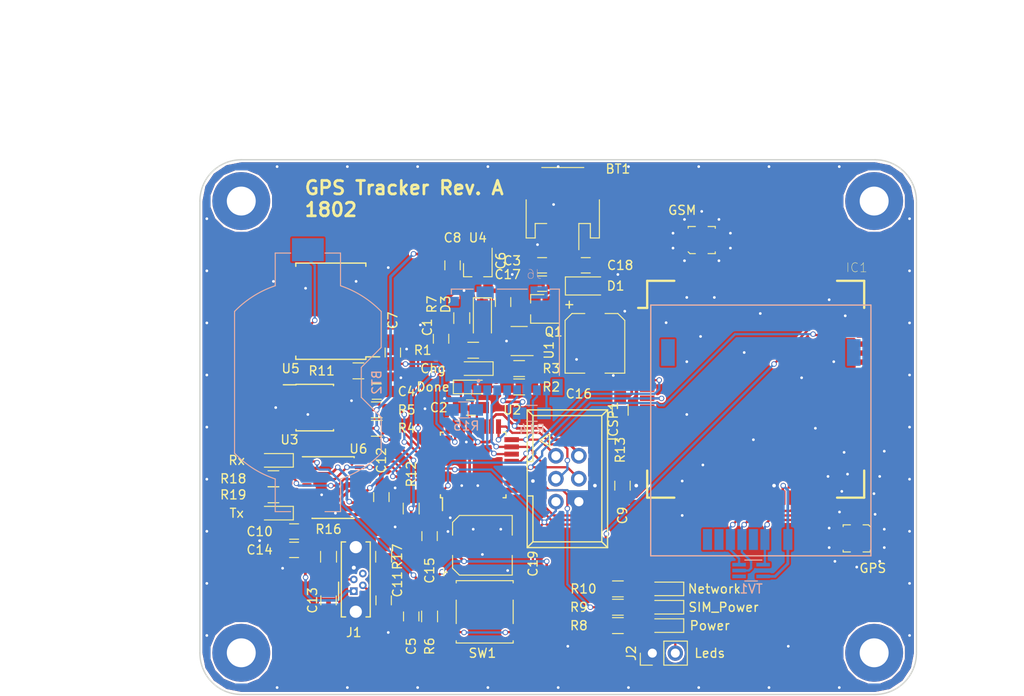
<source format=kicad_pcb>
(kicad_pcb (version 4) (host pcbnew 4.0.7)
  (layers (0 F.Cu signal hide) (31 B.Cu signal) (34 B.Paste user) (35 F.Paste user) (36 B.SilkS user) (37 F.SilkS user) (38 B.Mask user) (39 F.Mask user) (44 Edge.Cuts user))
  (net 0 "")
  (net 1 +BATT)
  (net 2 GND)
  (net 3 "Net-(BT2-Pad1)")
  (net 4 VBUS)
  (net 5 "Net-(C2-Pad1)")
  (net 6 +3V3)
  (net 7 /ARD_RST)
  (net 8 /DTR)
  (net 9 "Net-(C6-Pad1)")
  (net 10 /RTC_PWR)
  (net 11 "Net-(C9-Pad1)")
  (net 12 "Net-(C11-Pad1)")
  (net 13 "Net-(C13-Pad1)")
  (net 14 +2V8)
  (net 15 /SIM808_P)
  (net 16 "Net-(IC1-Pad9)")
  (net 17 /SIM808_RI)
  (net 18 "Net-(IC1-Pad11)")
  (net 19 "Net-(IC1-Pad12)")
  (net 20 "Net-(IC1-Pad13)")
  (net 21 /ARD_HRX)
  (net 22 /ARD_HTX)
  (net 23 "Net-(IC1-Pad19)")
  (net 24 "Net-(IC1-Pad20)")
  (net 25 "Net-(IC1-Pad21)")
  (net 26 "Net-(IC1-Pad22)")
  (net 27 "Net-(IC1-Pad23)")
  (net 28 "Net-(IC1-Pad24)")
  (net 29 "Net-(IC1-Pad25)")
  (net 30 "Net-(IC1-Pad26)")
  (net 31 "Net-(IC1-Pad27)")
  (net 32 +1V8)
  (net 33 /SIMDATA)
  (net 34 /SIMCLK)
  (net 35 /SIMRST)
  (net 36 "Net-(IC1-Pad33)")
  (net 37 "Net-(IC1-Pad37)")
  (net 38 "Net-(IC1-Pad38)")
  (net 39 "Net-(IC1-Pad39)")
  (net 40 "Net-(IC1-Pad41)")
  (net 41 "Net-(IC1-Pad42)")
  (net 42 "Net-(IC1-Pad43)")
  (net 43 "Net-(IC1-Pad44)")
  (net 44 "Net-(IC1-Pad45)")
  (net 45 "Net-(IC1-Pad46)")
  (net 46 "Net-(IC1-Pad47)")
  (net 47 "Net-(IC1-Pad48)")
  (net 48 /SIM808_S)
  (net 49 /NETWORK_LED)
  (net 50 "Net-(IC1-Pad53)")
  (net 51 "Net-(IC1-Pad55)")
  (net 52 "Net-(IC1-Pad56)")
  (net 53 "Net-(IC1-Pad57)")
  (net 54 "Net-(IC1-Pad58)")
  (net 55 "Net-(IC1-Pad59)")
  (net 56 "Net-(IC1-Pad60)")
  (net 57 "Net-(IC1-Pad61)")
  (net 58 "Net-(IC1-Pad62)")
  (net 59 "Net-(IC1-Pad63)")
  (net 60 /ARD_MISO)
  (net 61 /ARD_SCK)
  (net 62 /ARD_MOSI)
  (net 63 "Net-(J1-Pad4)")
  (net 64 "Net-(J2-Pad2)")
  (net 65 "Net-(J3-Pad6)")
  (net 66 "Net-(J6-Pad8)")
  (net 67 /ARD_IO10)
  (net 68 "Net-(J6-Pad1)")
  (net 69 "Net-(R1-Pad1)")
  (net 70 "Net-(R2-Pad2)")
  (net 71 /SDA)
  (net 72 /SCL)
  (net 73 /WAKE_UP)
  (net 74 "Net-(R16-Pad1)")
  (net 75 "Net-(R17-Pad2)")
  (net 76 "Net-(R18-Pad1)")
  (net 77 "Net-(R19-Pad1)")
  (net 78 "Net-(U2-Pad7)")
  (net 79 "Net-(U2-Pad8)")
  (net 80 "Net-(U2-Pad11)")
  (net 81 "Net-(U2-Pad19)")
  (net 82 "Net-(U2-Pad22)")
  (net 83 "Net-(U2-Pad24)")
  (net 84 "Net-(U2-Pad25)")
  (net 85 "Net-(U2-Pad26)")
  (net 86 /ARD_RX)
  (net 87 /ARD_TX)
  (net 88 "Net-(U3-Pad7)")
  (net 89 "Net-(U5-Pad1)")
  (net 90 "Net-(U5-Pad4)")
  (net 91 "Net-(U6-Pad2)")
  (net 92 +3V3_FDTI)
  (net 93 "Net-(U6-Pad5)")
  (net 94 "Net-(U6-Pad7)")
  (net 95 "Net-(U6-Pad8)")
  (net 96 "Net-(U6-Pad18)")
  (net 97 "Net-(U6-Pad19)")
  (net 98 "Net-(LED1-Pad1)")
  (net 99 "Net-(LED2-Pad2)")
  (net 100 "Net-(LED3-Pad2)")
  (net 101 "Net-(LED4-Pad2)")
  (net 102 "Net-(LED5-Pad2)")
  (net 103 "Net-(LED6-Pad2)")
  (net 104 "Net-(LED7-Pad2)")
  (net 105 "Net-(U2-Pad2)")
  (net 106 "Net-(TV1-Pad4)")
  (net 107 +3.3VP)
  (net 108 /GPS)
  (net 109 /GSM)
  (module custom-conn:Via-0.6mm (layer F.Cu) (at 175.006 101.092)
    (fp_text reference VIA** hide)
    (fp_text value Via-0.6mm hide)
    (pad 1 thru_hole circle (at 0 0) (size 0.6 0.6) (drill 0.3) (layers *.Cu) (net 2 GND))
  )
  (module custom-conn:Via-0.6mm (layer F.Cu) (at 164.3888 122.682)
    (fp_text reference VIA** hide)
    (fp_text value Via-0.6mm hide)
    (pad 1 thru_hole circle (at 0 0) (size 0.6 0.6) (drill 0.3) (layers *.Cu) (net 2 GND))
  )
  (module custom-conn:Via-0.6mm (layer F.Cu) (at 140.0048 122.682)
    (fp_text reference VIA** hide)
    (fp_text value Via-0.6mm hide)
    (pad 1 thru_hole circle (at 0 0) (size 0.6 0.6) (drill 0.3) (layers *.Cu) (net 2 GND))
  )
  (module custom-conn:Via-0.6mm (layer F.Cu) (at 120.142 121.158)
    (fp_text reference VIA** hide)
    (fp_text value Via-0.6mm hide)
    (pad 1 thru_hole circle (at 0 0) (size 0.6 0.6) (drill 0.3) (layers *.Cu) (net 2 GND))
  )
  (module custom-conn:Via-0.6mm (layer F.Cu) (at 114.3 107.95)
    (fp_text reference VIA** hide)
    (fp_text value Via-0.6mm hide)
    (pad 1 thru_hole circle (at 0 0) (size 0.6 0.6) (drill 0.3) (layers *.Cu) (net 2 GND))
  )
  (module Capacitors_SMD:C_0805_HandSoldering (layer F.Cu) (at 120.65 90.17 90)
    (fp_text reference C7 (at 3.556 0 90) (layer F.SilkS))
    (fp_text value 0.1uF hide)
    (pad 1 smd rect (at -1.25 0 90) (size 1.5 1.25) (layers F.Cu F.Paste F.Mask) (net 10 /RTC_PWR))
    (pad 2 smd rect (at 1.25 0 90) (size 1.5 1.25) (layers F.Cu F.Paste F.Mask) (net 2 GND))
  )
  (module custom-conn:Via-0.6mm (layer F.Cu) (at 175.006 111.76)
    (fp_text reference VIA** hide)
    (fp_text value Via-0.6mm hide)
    (pad 1 thru_hole circle (at 0 0) (size 0.6 0.6) (drill 0.3) (layers *.Cu) (net 2 GND))
  )
  (module custom-conn:Via-0.6mm (layer F.Cu) (at 177.8 121.4882)
    (fp_text reference VIA** hide)
    (fp_text value Via-0.6mm hide)
    (pad 1 thru_hole circle (at 0 0) (size 0.6 0.6) (drill 0.3) (layers *.Cu) (net 2 GND))
  )
  (module custom-conn:Via-0.6mm (layer F.Cu) (at 177.8 115.7224)
    (fp_text reference VIA** hide)
    (fp_text value Via-0.6mm hide)
    (pad 1 thru_hole circle (at 0 0) (size 0.6 0.6) (drill 0.3) (layers *.Cu) (net 2 GND))
  )
  (module custom-conn:Via-0.6mm (layer F.Cu) (at 177.8 109.9566)
    (fp_text reference VIA** hide)
    (fp_text value Via-0.6mm hide)
    (pad 1 thru_hole circle (at 0 0) (size 0.6 0.6) (drill 0.3) (layers *.Cu) (net 2 GND))
  )
  (module custom-conn:Via-0.6mm (layer F.Cu) (at 177.8 104.1908)
    (fp_text reference VIA** hide)
    (fp_text value Via-0.6mm hide)
    (pad 1 thru_hole circle (at 0 0) (size 0.6 0.6) (drill 0.3) (layers *.Cu) (net 2 GND))
  )
  (module custom-conn:Via-0.6mm (layer F.Cu) (at 177.8 98.425)
    (fp_text reference VIA** hide)
    (fp_text value Via-0.6mm hide)
    (pad 1 thru_hole circle (at 0 0) (size 0.6 0.6) (drill 0.3) (layers *.Cu) (net 2 GND))
  )
  (module custom-conn:Via-0.6mm (layer F.Cu) (at 177.8 92.6592)
    (fp_text reference VIA** hide)
    (fp_text value Via-0.6mm hide)
    (pad 1 thru_hole circle (at 0 0) (size 0.6 0.6) (drill 0.3) (layers *.Cu) (net 2 GND))
  )
  (module custom-conn:Via-0.6mm (layer F.Cu) (at 177.8 86.8934)
    (fp_text reference VIA** hide)
    (fp_text value Via-0.6mm hide)
    (pad 1 thru_hole circle (at 0 0) (size 0.6 0.6) (drill 0.3) (layers *.Cu) (net 2 GND))
  )
  (module custom-conn:Via-0.6mm (layer F.Cu) (at 177.8 81.1276)
    (fp_text reference VIA** hide)
    (fp_text value Via-0.6mm hide)
    (pad 1 thru_hole circle (at 0 0) (size 0.6 0.6) (drill 0.3) (layers *.Cu) (net 2 GND))
  )
  (module custom-conn:Via-0.6mm (layer F.Cu) (at 177.8 75.3618)
    (fp_text reference VIA** hide)
    (fp_text value Via-0.6mm hide)
    (pad 1 thru_hole circle (at 0 0) (size 0.6 0.6) (drill 0.3) (layers *.Cu) (net 2 GND))
  )
  (module custom-conn:Via-0.6mm (layer F.Cu) (at 170.0276 127.254)
    (fp_text reference VIA** hide)
    (fp_text value Via-0.6mm hide)
    (pad 1 thru_hole circle (at 0 0) (size 0.6 0.6) (drill 0.3) (layers *.Cu) (net 2 GND))
  )
  (module custom-conn:Via-0.6mm (layer F.Cu) (at 162.2552 127.254)
    (fp_text reference VIA** hide)
    (fp_text value Via-0.6mm hide)
    (pad 1 thru_hole circle (at 0 0) (size 0.6 0.6) (drill 0.3) (layers *.Cu) (net 2 GND))
  )
  (module custom-conn:Via-0.6mm (layer F.Cu) (at 154.4828 127.254)
    (fp_text reference VIA** hide)
    (fp_text value Via-0.6mm hide)
    (pad 1 thru_hole circle (at 0 0) (size 0.6 0.6) (drill 0.3) (layers *.Cu) (net 2 GND))
  )
  (module custom-conn:Via-0.6mm (layer F.Cu) (at 146.7104 127.254)
    (fp_text reference VIA** hide)
    (fp_text value Via-0.6mm hide)
    (pad 1 thru_hole circle (at 0 0) (size 0.6 0.6) (drill 0.3) (layers *.Cu) (net 2 GND))
  )
  (module custom-conn:Via-0.6mm (layer F.Cu) (at 138.938 127.254)
    (fp_text reference VIA** hide)
    (fp_text value Via-0.6mm hide)
    (pad 1 thru_hole circle (at 0 0) (size 0.6 0.6) (drill 0.3) (layers *.Cu) (net 2 GND))
  )
  (module custom-conn:Via-0.6mm (layer F.Cu) (at 131.1656 127.254)
    (fp_text reference VIA** hide)
    (fp_text value Via-0.6mm hide)
    (pad 1 thru_hole circle (at 0 0) (size 0.6 0.6) (drill 0.3) (layers *.Cu) (net 2 GND))
  )
  (module custom-conn:Via-0.6mm (layer F.Cu) (at 123.3932 127.254)
    (fp_text reference VIA** hide)
    (fp_text value Via-0.6mm hide)
    (pad 1 thru_hole circle (at 0 0) (size 0.6 0.6) (drill 0.3) (layers *.Cu) (net 2 GND))
  )
  (module custom-conn:Via-0.6mm (layer F.Cu) (at 115.6208 127.254)
    (fp_text reference VIA** hide)
    (fp_text value Via-0.6mm hide)
    (pad 1 thru_hole circle (at 0 0) (size 0.6 0.6) (drill 0.3) (layers *.Cu) (net 2 GND))
  )
  (module custom-conn:Via-0.6mm (layer F.Cu) (at 107.8484 127.254)
    (fp_text reference VIA** hide)
    (fp_text value Via-0.6mm hide)
    (pad 1 thru_hole circle (at 0 0) (size 0.6 0.6) (drill 0.3) (layers *.Cu) (net 2 GND))
  )
  (module custom-conn:Via-0.6mm (layer F.Cu) (at 100.076 121.4882)
    (fp_text reference VIA** hide)
    (fp_text value Via-0.6mm hide)
    (pad 1 thru_hole circle (at 0 0) (size 0.6 0.6) (drill 0.3) (layers *.Cu) (net 2 GND))
  )
  (module custom-conn:Via-0.6mm (layer F.Cu) (at 100.076 115.7224)
    (fp_text reference VIA** hide)
    (fp_text value Via-0.6mm hide)
    (pad 1 thru_hole circle (at 0 0) (size 0.6 0.6) (drill 0.3) (layers *.Cu) (net 2 GND))
  )
  (module custom-conn:Via-0.6mm (layer F.Cu) (at 100.076 109.9566)
    (fp_text reference VIA** hide)
    (fp_text value Via-0.6mm hide)
    (pad 1 thru_hole circle (at 0 0) (size 0.6 0.6) (drill 0.3) (layers *.Cu) (net 2 GND))
  )
  (module custom-conn:Via-0.6mm (layer F.Cu) (at 100.076 104.1908)
    (fp_text reference VIA** hide)
    (fp_text value Via-0.6mm hide)
    (pad 1 thru_hole circle (at 0 0) (size 0.6 0.6) (drill 0.3) (layers *.Cu) (net 2 GND))
  )
  (module custom-conn:Via-0.6mm (layer F.Cu) (at 100.076 98.425)
    (fp_text reference VIA** hide)
    (fp_text value Via-0.6mm hide)
    (pad 1 thru_hole circle (at 0 0) (size 0.6 0.6) (drill 0.3) (layers *.Cu) (net 2 GND))
  )
  (module custom-conn:Via-0.6mm (layer F.Cu) (at 100.076 92.6592)
    (fp_text reference VIA** hide)
    (fp_text value Via-0.6mm hide)
    (pad 1 thru_hole circle (at 0 0) (size 0.6 0.6) (drill 0.3) (layers *.Cu) (net 2 GND))
  )
  (module custom-conn:Via-0.6mm (layer F.Cu) (at 100.076 86.8934)
    (fp_text reference VIA** hide)
    (fp_text value Via-0.6mm hide)
    (pad 1 thru_hole circle (at 0 0) (size 0.6 0.6) (drill 0.3) (layers *.Cu) (net 2 GND))
  )
  (module custom-conn:Via-0.6mm (layer F.Cu) (at 100.076 81.1276)
    (fp_text reference VIA** hide)
    (fp_text value Via-0.6mm hide)
    (pad 1 thru_hole circle (at 0 0) (size 0.6 0.6) (drill 0.3) (layers *.Cu) (net 2 GND))
  )
  (module custom-conn:Via-0.6mm (layer F.Cu) (at 100.076 75.3618)
    (fp_text reference VIA** hide)
    (fp_text value Via-0.6mm hide)
    (pad 1 thru_hole circle (at 0 0) (size 0.6 0.6) (drill 0.3) (layers *.Cu) (net 2 GND))
  )
  (module custom-conn:Via-0.6mm (layer F.Cu) (at 170.0276 69.596)
    (fp_text reference VIA** hide)
    (fp_text value Via-0.6mm hide)
    (pad 1 thru_hole circle (at 0 0) (size 0.6 0.6) (drill 0.3) (layers *.Cu) (net 2 GND))
  )
  (module custom-conn:Via-0.6mm (layer F.Cu) (at 162.2552 69.596)
    (fp_text reference VIA** hide)
    (fp_text value Via-0.6mm hide)
    (pad 1 thru_hole circle (at 0 0) (size 0.6 0.6) (drill 0.3) (layers *.Cu) (net 2 GND))
  )
  (module custom-conn:Via-0.6mm (layer F.Cu) (at 154.4828 69.596)
    (fp_text reference VIA** hide)
    (fp_text value Via-0.6mm hide)
    (pad 1 thru_hole circle (at 0 0) (size 0.6 0.6) (drill 0.3) (layers *.Cu) (net 2 GND))
  )
  (module custom-conn:Via-0.6mm (layer F.Cu) (at 146.7104 69.596)
    (fp_text reference VIA** hide)
    (fp_text value Via-0.6mm hide)
    (pad 1 thru_hole circle (at 0 0) (size 0.6 0.6) (drill 0.3) (layers *.Cu) (net 2 GND))
  )
  (module custom-conn:Via-0.6mm (layer F.Cu) (at 138.938 69.596)
    (fp_text reference VIA** hide)
    (fp_text value Via-0.6mm hide)
    (pad 1 thru_hole circle (at 0 0) (size 0.6 0.6) (drill 0.3) (layers *.Cu) (net 2 GND))
  )
  (module custom-conn:Via-0.6mm (layer F.Cu) (at 131.1656 69.596)
    (fp_text reference VIA** hide)
    (fp_text value Via-0.6mm hide)
    (pad 1 thru_hole circle (at 0 0) (size 0.6 0.6) (drill 0.3) (layers *.Cu) (net 2 GND))
  )
  (module custom-conn:Via-0.6mm (layer F.Cu) (at 123.3932 69.596)
    (fp_text reference VIA** hide)
    (fp_text value Via-0.6mm hide)
    (pad 1 thru_hole circle (at 0 0) (size 0.6 0.6) (drill 0.3) (layers *.Cu) (net 2 GND))
  )
  (module custom-conn:Via-0.6mm (layer F.Cu) (at 115.6208 69.596)
    (fp_text reference VIA** hide)
    (fp_text value Via-0.6mm hide)
    (pad 1 thru_hole circle (at 0 0) (size 0.6 0.6) (drill 0.3) (layers *.Cu) (net 2 GND))
  )
  (module custom-conn:Via-0.6mm (layer F.Cu) (at 107.8484 69.596)
    (fp_text reference VIA** hide)
    (fp_text value Via-0.6mm hide)
    (pad 1 thru_hole circle (at 0 0) (size 0.6 0.6) (drill 0.3) (layers *.Cu) (net 2 GND))
  )
  (module Mounting_Holes:MountingHole_3.2mm_M3_Pad (layer F.Cu) (at 173.886 123.406)
    (fp_text reference REF** hide)
    (fp_text value MountingHole_3.2mm_M3_Pad hide)
    (pad 1 thru_hole circle (at 0 0) (size 6.4 6.4) (drill 3.2) (layers *.Cu *.Mask))
  )
  (module Mounting_Holes:MountingHole_3.2mm_M3_Pad (layer F.Cu) (at 103.886 123.406)
    (fp_text reference REF** hide)
    (fp_text value MountingHole_3.2mm_M3_Pad hide)
    (pad 1 thru_hole circle (at 0 0) (size 6.4 6.4) (drill 3.2) (layers *.Cu *.Mask))
  )
  (module Mounting_Holes:MountingHole_3.2mm_M3_Pad (layer F.Cu) (at 173.886 73.406)
    (fp_text reference REF** hide)
    (fp_text value MountingHole_3.2mm_M3_Pad hide)
    (pad 1 thru_hole circle (at 0 0) (size 6.4 6.4) (drill 3.2) (layers *.Cu *.Mask))
  )
  (module Mounting_Holes:MountingHole_3.2mm_M3_Pad (layer F.Cu) (at 103.886 73.406)
    (fp_text reference REF** hide)
    (fp_text value MountingHole_3.2mm_M3_Pad hide)
    (pad 1 thru_hole circle (at 0 0) (size 6.4 6.4) (drill 3.2) (layers *.Cu *.Mask))
  )
  (module custom-conn:Via-0.6mm (layer F.Cu) (at 133.223 88.9)
    (fp_text reference VIA** hide)
    (fp_text value Via-0.6mm hide)
    (pad 1 thru_hole circle (at 0 0) (size 0.6 0.6) (drill 0.3) (layers *.Cu) (net 2 GND))
  )
  (module custom-conn:Via-0.6mm (layer F.Cu) (at 121.539 92.964)
    (fp_text reference VIA** hide)
    (fp_text value Via-0.6mm hide)
    (pad 1 thru_hole circle (at 0 0) (size 0.6 0.6) (drill 0.3) (layers *.Cu) (net 2 GND))
  )
  (module custom-conn:Via-0.6mm (layer F.Cu) (at 124.206 96.393)
    (fp_text reference VIA** hide)
    (fp_text value Via-0.6mm hide)
    (pad 1 thru_hole circle (at 0 0) (size 0.6 0.6) (drill 0.3) (layers *.Cu) (net 2 GND))
  )
  (module custom-conn:Via-0.6mm (layer F.Cu) (at 123.698 87.122)
    (fp_text reference VIA** hide)
    (fp_text value Via-0.6mm hide)
    (pad 1 thru_hole circle (at 0 0) (size 0.6 0.6) (drill 0.3) (layers *.Cu) (net 2 GND))
  )
  (module custom-conn:Via-0.6mm (layer F.Cu) (at 122.174 89.789)
    (fp_text reference VIA** hide)
    (fp_text value Via-0.6mm hide)
    (pad 1 thru_hole circle (at 0 0) (size 0.6 0.6) (drill 0.3) (layers *.Cu) (net 2 GND))
  )
  (module custom-conn:Via-0.6mm (layer F.Cu) (at 126.365 95.25)
    (fp_text reference VIA** hide)
    (fp_text value Via-0.6mm hide)
    (pad 1 thru_hole circle (at 0 0) (size 0.6 0.6) (drill 0.3) (layers *.Cu) (net 2 GND))
  )
  (module custom-conn:Via-0.6mm (layer F.Cu) (at 116.078 95.504)
    (fp_text reference VIA** hide)
    (fp_text value Via-0.6mm hide)
    (pad 1 thru_hole circle (at 0 0) (size 0.6 0.6) (drill 0.3) (layers *.Cu) (net 2 GND))
  )
  (module custom-conn:Via-0.6mm (layer F.Cu) (at 126.746 109.982)
    (fp_text reference VIA** hide)
    (fp_text value Via-0.6mm hide)
    (pad 1 thru_hole circle (at 0 0) (size 0.6 0.6) (drill 0.3) (layers *.Cu) (net 2 GND))
  )
  (module custom-conn:Via-0.6mm (layer F.Cu) (at 154.94 102.616)
    (fp_text reference VIA** hide)
    (fp_text value Via-0.6mm hide)
    (pad 1 thru_hole circle (at 0 0) (size 0.6 0.6) (drill 0.3) (layers *.Cu) (net 2 GND))
  )
  (module custom-conn:Via-0.6mm (layer F.Cu) (at 169.418 91.186)
    (fp_text reference VIA** hide)
    (fp_text value Via-0.6mm hide)
    (pad 1 thru_hole circle (at 0 0) (size 0.6 0.6) (drill 0.3) (layers *.Cu) (net 2 GND))
  )
  (module custom-conn:Via-0.6mm (layer F.Cu) (at 153.162 91.186)
    (fp_text reference VIA** hide)
    (fp_text value Via-0.6mm hide)
    (pad 1 thru_hole circle (at 0 0) (size 0.6 0.6) (drill 0.3) (layers *.Cu) (net 2 GND))
  )
  (module custom-conn:Via-0.6mm (layer F.Cu) (at 154.686 88.392)
    (fp_text reference VIA** hide)
    (fp_text value Via-0.6mm hide)
    (pad 1 thru_hole circle (at 0 0) (size 0.6 0.6) (drill 0.3) (layers *.Cu) (net 2 GND))
  )
  (module custom-conn:Via-0.6mm (layer F.Cu) (at 161.29 85.852)
    (fp_text reference VIA** hide)
    (fp_text value Via-0.6mm hide)
    (pad 1 thru_hole circle (at 0 0) (size 0.6 0.6) (drill 0.3) (layers *.Cu) (net 2 GND))
  )
  (module custom-conn:Via-0.6mm (layer F.Cu) (at 167.386 98.552)
    (fp_text reference VIA** hide)
    (fp_text value Via-0.6mm hide)
    (pad 1 thru_hole circle (at 0 0) (size 0.6 0.6) (drill 0.3) (layers *.Cu) (net 2 GND))
  )
  (module custom-conn:Via-0.6mm (layer F.Cu) (at 159.512 90.17)
    (fp_text reference VIA** hide)
    (fp_text value Via-0.6mm hide)
    (pad 1 thru_hole circle (at 0 0) (size 0.6 0.6) (drill 0.3) (layers *.Cu) (net 2 GND))
  )
  (module custom-conn:Via-0.6mm (layer F.Cu) (at 153.162 97.028)
    (fp_text reference VIA** hide)
    (fp_text value Via-0.6mm hide)
    (pad 1 thru_hole circle (at 0 0) (size 0.6 0.6) (drill 0.3) (layers *.Cu) (net 2 GND))
  )
  (module custom-conn:Via-0.6mm (layer F.Cu) (at 165.862 92.964)
    (fp_text reference VIA** hide)
    (fp_text value Via-0.6mm hide)
    (pad 1 thru_hole circle (at 0 0) (size 0.6 0.6) (drill 0.3) (layers *.Cu) (net 2 GND))
  )
  (module custom-conn:Via-0.6mm (layer F.Cu) (at 160.528 99.822)
    (fp_text reference VIA** hide)
    (fp_text value Via-0.6mm hide)
    (pad 1 thru_hole circle (at 0 0) (size 0.6 0.6) (drill 0.3) (layers *.Cu) (net 2 GND))
  )
  (module custom-conn:Via-0.6mm (layer F.Cu) (at 157.988 78.613)
    (fp_text reference VIA** hide)
    (fp_text value Via-0.6mm hide)
    (pad 1 thru_hole circle (at 0 0) (size 0.6 0.6) (drill 0.3) (layers *.Cu) (net 2 GND))
  )
  (module custom-conn:Via-0.6mm (layer F.Cu) (at 151.638 78.613)
    (fp_text reference VIA** hide)
    (fp_text value Via-0.6mm hide)
    (pad 1 thru_hole circle (at 0 0) (size 0.6 0.6) (drill 0.3) (layers *.Cu) (net 2 GND))
  )
  (module Connectors_Molex:Molex_Microcoaxial_RF (layer F.Cu) (at 171.958 110.744 180)
    (fp_text reference J4 hide)
    (fp_text value CONN_COAXIAL hide)
    (pad 2 smd rect (at -1.475 0 180) (size 1.05 2.2) (layers F.Cu F.Paste F.Mask) (net 2 GND))
    (pad 2 smd rect (at 1.475 0 180) (size 1.05 2.2) (layers F.Cu F.Paste F.Mask) (net 2 GND))
    (pad 2 smd rect (at 0 -1.5 180) (size 1 1) (layers F.Cu F.Paste F.Mask) (net 2 GND))
    (pad 1 smd rect (at 0 1.5 180) (size 1 1) (layers F.Cu F.Paste F.Mask) (net 108 /GPS))
  )
  (module custom-conn:Via-0.6mm (layer F.Cu) (at 175.006 109.728)
    (fp_text reference VIA** hide)
    (fp_text value Via-0.6mm hide)
    (pad 1 thru_hole circle (at 0 0) (size 0.6 0.6) (drill 0.3) (layers *.Cu) (net 2 GND))
  )
  (module custom-conn:Via-0.6mm (layer F.Cu) (at 173.863 105.791)
    (fp_text reference VIA** hide)
    (fp_text value Via-0.6mm hide)
    (pad 1 thru_hole circle (at 0 0) (size 0.6 0.6) (drill 0.3) (layers *.Cu) (net 2 GND))
  )
  (module custom-conn:Via-0.6mm (layer F.Cu) (at 170.307 105.537)
    (fp_text reference VIA** hide)
    (fp_text value Via-0.6mm hide)
    (pad 1 thru_hole circle (at 0 0) (size 0.6 0.6) (drill 0.3) (layers *.Cu) (net 2 GND))
  )
  (module custom-conn:Via-0.6mm (layer F.Cu) (at 168.91 109.601)
    (fp_text reference VIA** hide)
    (fp_text value Via-0.6mm hide)
    (pad 1 thru_hole circle (at 0 0) (size 0.6 0.6) (drill 0.3) (layers *.Cu) (net 2 GND))
  )
  (module custom-conn:Via-0.6mm (layer F.Cu) (at 170.942 103.632)
    (fp_text reference VIA** hide)
    (fp_text value Via-0.6mm hide)
    (pad 1 thru_hole circle (at 0 0) (size 0.6 0.6) (drill 0.3) (layers *.Cu) (net 2 GND))
  )
  (module custom-conn:Via-0.6mm (layer F.Cu) (at 174.498 103.886)
    (fp_text reference VIA** hide)
    (fp_text value Via-0.6mm hide)
    (pad 1 thru_hole circle (at 0 0) (size 0.6 0.6) (drill 0.3) (layers *.Cu) (net 2 GND))
  )
  (module custom-conn:Via-0.6mm (layer F.Cu) (at 173.99 108.077)
    (fp_text reference VIA** hide)
    (fp_text value Via-0.6mm hide)
    (pad 1 thru_hole circle (at 0 0) (size 0.6 0.6) (drill 0.3) (layers *.Cu) (net 2 GND))
  )
  (module custom-conn:Via-0.6mm (layer F.Cu) (at 174.498 113.284)
    (fp_text reference VIA** hide)
    (fp_text value Via-0.6mm hide)
    (pad 1 thru_hole circle (at 0 0) (size 0.6 0.6) (drill 0.3) (layers *.Cu) (net 2 GND))
  )
  (module custom-conn:Via-0.6mm (layer F.Cu) (at 169.545 113.284)
    (fp_text reference VIA** hide)
    (fp_text value Via-0.6mm hide)
    (pad 1 thru_hole circle (at 0 0) (size 0.6 0.6) (drill 0.3) (layers *.Cu) (net 2 GND))
  )
  (module custom-conn:Via-0.6mm (layer F.Cu) (at 168.783 103.886)
    (fp_text reference VIA** hide)
    (fp_text value Via-0.6mm hide)
    (pad 1 thru_hole circle (at 0 0) (size 0.6 0.6) (drill 0.3) (layers *.Cu) (net 2 GND))
  )
  (module custom-conn:Via-0.6mm (layer F.Cu) (at 154.813 74.549)
    (fp_text reference VIA** hide)
    (fp_text value Via-0.6mm hide)
    (pad 1 thru_hole circle (at 0 0) (size 0.6 0.6) (drill 0.3) (layers *.Cu) (net 2 GND))
  )
  (module custom-conn:Via-0.6mm (layer F.Cu) (at 152.908 75.438)
    (fp_text reference VIA** hide)
    (fp_text value Via-0.6mm hide)
    (pad 1 thru_hole circle (at 0 0) (size 0.6 0.6) (drill 0.3) (layers *.Cu) (net 2 GND))
  )
  (module SIM808:QFN100P2400X2400X260-68N (layer F.Cu) (at 160.782 94.234)
    (fp_text reference IC1 (at 11.176 -13.462) (layer F.SilkS) (effects (font (size 1.00176 1.00176) (thickness 0.05))))
    (fp_text value SIM808 hide)
    (pad 1 smd rect (at -12 -8) (size 1.6 0.6) (layers F.Cu F.Paste F.Mask) (net 2 GND))
    (pad 2 smd rect (at -12 -7) (size 1.6 0.6) (layers F.Cu F.Paste F.Mask) (net 2 GND))
    (pad 3 smd rect (at -12 -6) (size 1.6 0.6) (layers F.Cu F.Paste F.Mask) (net 2 GND))
    (pad 4 smd rect (at -12 -5) (size 1.6 0.6) (layers F.Cu F.Paste F.Mask) (net 1 +BATT))
    (pad 5 smd rect (at -12 -4) (size 1.6 0.6) (layers F.Cu F.Paste F.Mask) (net 1 +BATT))
    (pad 6 smd rect (at -12 -3) (size 1.6 0.6) (layers F.Cu F.Paste F.Mask) (net 1 +BATT))
    (pad 7 smd rect (at -12 -2) (size 1.6 0.6) (layers F.Cu F.Paste F.Mask) (net 14 +2V8))
    (pad 8 smd rect (at -12 -1) (size 1.6 0.6) (layers F.Cu F.Paste F.Mask) (net 15 /SIM808_P))
    (pad 9 smd rect (at -12 0) (size 1.6 0.6) (layers F.Cu F.Paste F.Mask) (net 16 "Net-(IC1-Pad9)"))
    (pad 10 smd rect (at -12 1) (size 1.6 0.6) (layers F.Cu F.Paste F.Mask) (net 17 /SIM808_RI))
    (pad 11 smd rect (at -12 2) (size 1.6 0.6) (layers F.Cu F.Paste F.Mask) (net 18 "Net-(IC1-Pad11)"))
    (pad 12 smd rect (at -12 3) (size 1.6 0.6) (layers F.Cu F.Paste F.Mask) (net 19 "Net-(IC1-Pad12)"))
    (pad 13 smd rect (at -12 4) (size 1.6 0.6) (layers F.Cu F.Paste F.Mask) (net 20 "Net-(IC1-Pad13)"))
    (pad 14 smd rect (at -12 5) (size 1.6 0.6) (layers F.Cu F.Paste F.Mask) (net 21 /ARD_HRX))
    (pad 15 smd rect (at -12 6) (size 1.6 0.6) (layers F.Cu F.Paste F.Mask) (net 22 /ARD_HTX))
    (pad 16 smd rect (at -12 7) (size 1.6 0.6) (layers F.Cu F.Paste F.Mask) (net 7 /ARD_RST))
    (pad 17 smd rect (at -12 8) (size 1.6 0.6) (layers F.Cu F.Paste F.Mask) (net 11 "Net-(C9-Pad1)"))
    (pad 18 smd rect (at -8 12 90) (size 1.6 0.6) (layers F.Cu F.Paste F.Mask) (net 2 GND))
    (pad 19 smd rect (at -7 12 90) (size 1.6 0.6) (layers F.Cu F.Paste F.Mask) (net 23 "Net-(IC1-Pad19)"))
    (pad 20 smd rect (at -6 12 90) (size 1.6 0.6) (layers F.Cu F.Paste F.Mask) (net 24 "Net-(IC1-Pad20)"))
    (pad 21 smd rect (at -5 12 90) (size 1.6 0.6) (layers F.Cu F.Paste F.Mask) (net 25 "Net-(IC1-Pad21)"))
    (pad 22 smd rect (at -4 12 90) (size 1.6 0.6) (layers F.Cu F.Paste F.Mask) (net 26 "Net-(IC1-Pad22)"))
    (pad 23 smd rect (at -3 12 90) (size 1.6 0.6) (layers F.Cu F.Paste F.Mask) (net 27 "Net-(IC1-Pad23)"))
    (pad 24 smd rect (at -2 12 90) (size 1.6 0.6) (layers F.Cu F.Paste F.Mask) (net 28 "Net-(IC1-Pad24)"))
    (pad 25 smd rect (at -1 12 90) (size 1.6 0.6) (layers F.Cu F.Paste F.Mask) (net 29 "Net-(IC1-Pad25)"))
    (pad 26 smd rect (at 0 12 90) (size 1.6 0.6) (layers F.Cu F.Paste F.Mask) (net 30 "Net-(IC1-Pad26)"))
    (pad 27 smd rect (at 1 12 90) (size 1.6 0.6) (layers F.Cu F.Paste F.Mask) (net 31 "Net-(IC1-Pad27)"))
    (pad 28 smd rect (at 2 12 90) (size 1.6 0.6) (layers F.Cu F.Paste F.Mask) (net 2 GND))
    (pad 29 smd rect (at 3 12 90) (size 1.6 0.6) (layers F.Cu F.Paste F.Mask) (net 32 +1V8))
    (pad 30 smd rect (at 4 12 90) (size 1.6 0.6) (layers F.Cu F.Paste F.Mask) (net 33 /SIMDATA))
    (pad 31 smd rect (at 5 12 90) (size 1.6 0.6) (layers F.Cu F.Paste F.Mask) (net 34 /SIMCLK))
    (pad 32 smd rect (at 6 12 90) (size 1.6 0.6) (layers F.Cu F.Paste F.Mask) (net 35 /SIMRST))
    (pad 33 smd rect (at 7 12 90) (size 1.6 0.6) (layers F.Cu F.Paste F.Mask) (net 36 "Net-(IC1-Pad33)"))
    (pad 34 smd rect (at 8 12 90) (size 1.6 0.6) (layers F.Cu F.Paste F.Mask) (net 2 GND))
    (pad 35 smd rect (at 12 8 180) (size 1.6 0.6) (layers F.Cu F.Paste F.Mask) (net 108 /GPS))
    (pad 36 smd rect (at 12 7 180) (size 1.6 0.6) (layers F.Cu F.Paste F.Mask) (net 2 GND))
    (pad 37 smd rect (at 12 6 180) (size 1.6 0.6) (layers F.Cu F.Paste F.Mask) (net 37 "Net-(IC1-Pad37)"))
    (pad 38 smd rect (at 12 5 180) (size 1.6 0.6) (layers F.Cu F.Paste F.Mask) (net 38 "Net-(IC1-Pad38)"))
    (pad 39 smd rect (at 12 4 180) (size 1.6 0.6) (layers F.Cu F.Paste F.Mask) (net 39 "Net-(IC1-Pad39)"))
    (pad 40 smd rect (at 12 3 180) (size 1.6 0.6) (layers F.Cu F.Paste F.Mask) (net 2 GND))
    (pad 41 smd rect (at 12 2 180) (size 1.6 0.6) (layers F.Cu F.Paste F.Mask) (net 40 "Net-(IC1-Pad41)"))
    (pad 42 smd rect (at 12 1 180) (size 1.6 0.6) (layers F.Cu F.Paste F.Mask) (net 41 "Net-(IC1-Pad42)"))
    (pad 43 smd rect (at 12 0 180) (size 1.6 0.6) (layers F.Cu F.Paste F.Mask) (net 42 "Net-(IC1-Pad43)"))
    (pad 44 smd rect (at 12 -1 180) (size 1.6 0.6) (layers F.Cu F.Paste F.Mask) (net 43 "Net-(IC1-Pad44)"))
    (pad 45 smd rect (at 12 -2 180) (size 1.6 0.6) (layers F.Cu F.Paste F.Mask) (net 44 "Net-(IC1-Pad45)"))
    (pad 46 smd rect (at 12 -3 180) (size 1.6 0.6) (layers F.Cu F.Paste F.Mask) (net 45 "Net-(IC1-Pad46)"))
    (pad 47 smd rect (at 12 -4 180) (size 1.6 0.6) (layers F.Cu F.Paste F.Mask) (net 46 "Net-(IC1-Pad47)"))
    (pad 48 smd rect (at 12 -5 180) (size 1.6 0.6) (layers F.Cu F.Paste F.Mask) (net 47 "Net-(IC1-Pad48)"))
    (pad 49 smd rect (at 12 -6 180) (size 1.6 0.6) (layers F.Cu F.Paste F.Mask) (net 48 /SIM808_S))
    (pad 50 smd rect (at 12 -7 180) (size 1.6 0.6) (layers F.Cu F.Paste F.Mask) (net 49 /NETWORK_LED))
    (pad 51 smd rect (at 12 -8 180) (size 1.6 0.6) (layers F.Cu F.Paste F.Mask) (net 2 GND))
    (pad 52 smd rect (at 8 -12 270) (size 1.6 0.6) (layers F.Cu F.Paste F.Mask) (net 2 GND))
    (pad 53 smd rect (at 7 -12 270) (size 1.6 0.6) (layers F.Cu F.Paste F.Mask) (net 50 "Net-(IC1-Pad53)"))
    (pad 54 smd rect (at 6 -12 270) (size 1.6 0.6) (layers F.Cu F.Paste F.Mask) (net 2 GND))
    (pad 55 smd rect (at 5 -12 270) (size 1.6 0.6) (layers F.Cu F.Paste F.Mask) (net 51 "Net-(IC1-Pad55)"))
    (pad 56 smd rect (at 4 -12 270) (size 1.6 0.6) (layers F.Cu F.Paste F.Mask) (net 52 "Net-(IC1-Pad56)"))
    (pad 57 smd rect (at 3 -12 270) (size 1.6 0.6) (layers F.Cu F.Paste F.Mask) (net 53 "Net-(IC1-Pad57)"))
    (pad 58 smd rect (at 2 -12 270) (size 1.6 0.6) (layers F.Cu F.Paste F.Mask) (net 54 "Net-(IC1-Pad58)"))
    (pad 59 smd rect (at 1 -12 270) (size 1.6 0.6) (layers F.Cu F.Paste F.Mask) (net 55 "Net-(IC1-Pad59)"))
    (pad 60 smd rect (at 0 -12 270) (size 1.6 0.6) (layers F.Cu F.Paste F.Mask) (net 56 "Net-(IC1-Pad60)"))
    (pad 61 smd rect (at -1 -12 270) (size 1.6 0.6) (layers F.Cu F.Paste F.Mask) (net 57 "Net-(IC1-Pad61)"))
    (pad 62 smd rect (at -2 -12 270) (size 1.6 0.6) (layers F.Cu F.Paste F.Mask) (net 58 "Net-(IC1-Pad62)"))
    (pad 63 smd rect (at -3 -12 270) (size 1.6 0.6) (layers F.Cu F.Paste F.Mask) (net 59 "Net-(IC1-Pad63)"))
    (pad 64 smd rect (at -4 -12 270) (size 1.6 0.6) (layers F.Cu F.Paste F.Mask) (net 2 GND))
    (pad 65 smd rect (at -5 -12 270) (size 1.6 0.6) (layers F.Cu F.Paste F.Mask) (net 2 GND))
    (pad 66 smd rect (at -6 -12 270) (size 1.6 0.6) (layers F.Cu F.Paste F.Mask) (net 109 /GSM))
    (pad 67 smd rect (at -7 -12 270) (size 1.6 0.6) (layers F.Cu F.Paste F.Mask) (net 2 GND))
    (pad 68 smd rect (at -8 -12 270) (size 1.6 0.6) (layers F.Cu F.Paste F.Mask) (net 2 GND))
  )
  (module custom-conn:Via-0.6mm (layer F.Cu) (at 133.35 114.3)
    (fp_text reference VIA** hide)
    (fp_text value Via-0.6mm hide)
    (pad 1 thru_hole circle (at 0 0) (size 0.6 0.6) (drill 0.3) (layers *.Cu) (net 2 GND))
  )
  (module custom-conn:Via-0.6mm (layer F.Cu) (at 138.43 73.787)
    (fp_text reference VIA** hide)
    (fp_text value Via-0.6mm hide)
    (pad 1 thru_hole circle (at 0 0) (size 0.6 0.6) (drill 0.3) (layers *.Cu) (net 2 GND))
  )
  (module custom-conn:Via-0.6mm (layer F.Cu) (at 136.652 78.232)
    (fp_text reference VIA** hide)
    (fp_text value Via-0.6mm hide)
    (pad 1 thru_hole circle (at 0 0) (size 0.6 0.6) (drill 0.3) (layers *.Cu) (net 2 GND))
  )
  (module custom-conn:Via-0.6mm (layer F.Cu) (at 130.048 104.902)
    (fp_text reference VIA** hide)
    (fp_text value Via-0.6mm hide)
    (pad 1 thru_hole circle (at 0 0) (size 0.6 0.6) (drill 0.3) (layers *.Cu) (net 2 GND))
  )
  (module custom-conn:Via-0.6mm (layer F.Cu) (at 128.27 104.902)
    (fp_text reference VIA** hide)
    (fp_text value Via-0.6mm hide)
    (pad 1 thru_hole circle (at 0 0) (size 0.6 0.6) (drill 0.3) (layers *.Cu) (net 2 GND))
  )
  (module custom-conn:Via-0.6mm (layer F.Cu) (at 107.442 82.296)
    (fp_text reference VIA** hide)
    (fp_text value Via-0.6mm hide)
    (pad 1 thru_hole circle (at 0 0) (size 0.6 0.6) (drill 0.3) (layers *.Cu) (net 2 GND))
  )
  (module custom-conn:Via-0.6mm (layer F.Cu) (at 120.142 80.772)
    (fp_text reference VIA** hide)
    (fp_text value Via-0.6mm hide)
    (pad 1 thru_hole circle (at 0 0) (size 0.6 0.6) (drill 0.3) (layers *.Cu) (net 2 GND))
  )
  (module custom-conn:Via-0.6mm (layer F.Cu) (at 111.252 97.028)
    (fp_text reference VIA** hide)
    (fp_text value Via-0.6mm hide)
    (pad 1 thru_hole circle (at 0 0) (size 0.6 0.6) (drill 0.3) (layers *.Cu) (net 2 GND))
  )
  (module custom-conn:Via-0.6mm (layer F.Cu) (at 128.778 100.076)
    (fp_text reference VIA** hide)
    (fp_text value Via-0.6mm hide)
    (pad 1 thru_hole circle (at 0 0) (size 0.6 0.6) (drill 0.3) (layers *.Cu) (net 2 GND))
  )
  (module custom-conn:Via-0.6mm (layer F.Cu) (at 127 108.458)
    (fp_text reference VIA** hide)
    (fp_text value Via-0.6mm hide)
    (pad 1 thru_hole circle (at 0 0) (size 0.6 0.6) (drill 0.3) (layers *.Cu) (net 2 GND))
  )
  (module custom-conn:Via-0.6mm (layer F.Cu) (at 129.54 109.728)
    (fp_text reference VIA** hide)
    (fp_text value Via-0.6mm hide)
    (pad 1 thru_hole circle (at 0 0) (size 0.6 0.6) (drill 0.3) (layers *.Cu) (net 2 GND))
  )
  (module custom-conn:Via-0.6mm (layer F.Cu) (at 128.524 83.312)
    (fp_text reference VIA** hide)
    (fp_text value Via-0.6mm hide)
    (pad 1 thru_hole circle (at 0 0) (size 0.6 0.6) (drill 0.3) (layers *.Cu) (net 2 GND))
  )
  (module custom-conn:Via-0.6mm (layer F.Cu) (at 116.586 82.296)
    (fp_text reference VIA** hide)
    (fp_text value Via-0.6mm hide)
    (pad 1 thru_hole circle (at 0 0) (size 0.6 0.6) (drill 0.3) (layers *.Cu) (net 2 GND))
  )
  (module custom-conn:Via-0.6mm (layer F.Cu) (at 110.998 83.058)
    (fp_text reference VIA** hide)
    (fp_text value Via-0.6mm hide)
    (pad 1 thru_hole circle (at 0 0) (size 0.6 0.6) (drill 0.3) (layers *.Cu) (net 2 GND))
  )
  (module custom-conn:Via-0.6mm (layer F.Cu) (at 107.696 96.266)
    (fp_text reference VIA** hide)
    (fp_text value Via-0.6mm hide)
    (pad 1 thru_hole circle (at 0 0) (size 0.6 0.6) (drill 0.3) (layers *.Cu) (net 2 GND))
  )
  (module custom-conn:Via-0.6mm (layer F.Cu) (at 120.904 105.156)
    (fp_text reference VIA** hide)
    (fp_text value Via-0.6mm hide)
    (pad 1 thru_hole circle (at 0 0) (size 0.6 0.6) (drill 0.3) (layers *.Cu) (net 2 GND))
  )
  (module custom-conn:Via-0.6mm (layer F.Cu) (at 112.776 105.918)
    (fp_text reference VIA** hide)
    (fp_text value Via-0.6mm hide)
    (pad 1 thru_hole circle (at 0 0) (size 0.6 0.6) (drill 0.3) (layers *.Cu) (net 2 GND))
  )
  (module custom-conn:Via-0.6mm (layer F.Cu) (at 150.876 86.868)
    (fp_text reference VIA** hide)
    (fp_text value Via-0.6mm hide)
    (pad 1 thru_hole circle (at 0 0) (size 0.6 0.6) (drill 0.3) (layers *.Cu) (net 2 GND))
  )
  (module custom-conn:Via-0.6mm (layer F.Cu) (at 146.304 85.598)
    (fp_text reference VIA** hide)
    (fp_text value Via-0.6mm hide)
    (pad 1 thru_hole circle (at 0 0) (size 0.6 0.6) (drill 0.3) (layers *.Cu) (net 2 GND))
  )
  (module custom-conn:Via-0.6mm (layer F.Cu) (at 152.654 104.394)
    (fp_text reference VIA** hide)
    (fp_text value Via-0.6mm hide)
    (pad 1 thru_hole circle (at 0 0) (size 0.6 0.6) (drill 0.3) (layers *.Cu) (net 2 GND))
  )
  (module custom-conn:Via-0.6mm (layer F.Cu) (at 152.654 108.204)
    (fp_text reference VIA** hide)
    (fp_text value Via-0.6mm hide)
    (pad 1 thru_hole circle (at 0 0) (size 0.6 0.6) (drill 0.3) (layers *.Cu) (net 2 GND))
  )
  (module custom-conn:Via-0.6mm (layer F.Cu) (at 153.162 84.074)
    (fp_text reference VIA** hide)
    (fp_text value Via-0.6mm hide)
    (pad 1 thru_hole circle (at 0 0) (size 0.6 0.6) (drill 0.3) (layers *.Cu) (net 2 GND))
  )
  (module custom-conn:Via-0.6mm (layer F.Cu) (at 156.21 84.074)
    (fp_text reference VIA** hide)
    (fp_text value Via-0.6mm hide)
    (pad 1 thru_hole circle (at 0 0) (size 0.6 0.6) (drill 0.3) (layers *.Cu) (net 2 GND))
  )
  (module custom-conn:Via-0.6mm (layer F.Cu) (at 168.91 84.328)
    (fp_text reference VIA** hide)
    (fp_text value Via-0.6mm hide)
    (pad 1 thru_hole circle (at 0 0) (size 0.6 0.6) (drill 0.3) (layers *.Cu) (net 2 GND))
  )
  (module custom-conn:Via-0.6mm (layer F.Cu) (at 170.688 86.106)
    (fp_text reference VIA** hide)
    (fp_text value Via-0.6mm hide)
    (pad 1 thru_hole circle (at 0 0) (size 0.6 0.6) (drill 0.3) (layers *.Cu) (net 2 GND))
  )
  (module custom-conn:Via-0.6mm (layer F.Cu) (at 170.561 101.219)
    (fp_text reference VIA** hide)
    (fp_text value Via-0.6mm hide)
    (pad 1 thru_hole circle (at 0 0) (size 0.6 0.6) (drill 0.3) (layers *.Cu) (net 2 GND))
  )
  (module custom-conn:Via-0.6mm (layer F.Cu) (at 170.053 107.823)
    (fp_text reference VIA** hide)
    (fp_text value Via-0.6mm hide)
    (pad 1 thru_hole circle (at 0 0) (size 0.6 0.6) (drill 0.3) (layers *.Cu) (net 2 GND))
  )
  (module custom-conn:Via-0.6mm (layer F.Cu) (at 171.958 113.919)
    (fp_text reference VIA** hide)
    (fp_text value Via-0.6mm hide)
    (pad 1 thru_hole circle (at 0 0) (size 0.6 0.6) (drill 0.3) (layers *.Cu) (net 2 GND))
  )
  (module custom-conn:Via-0.6mm (layer F.Cu) (at 152.908 80.01)
    (fp_text reference VIA** hide)
    (fp_text value Via-0.6mm hide)
    (pad 1 thru_hole circle (at 0 0) (size 0.6 0.6) (drill 0.3) (layers *.Cu) (net 2 GND))
  )
  (module custom-conn:Via-0.6mm (layer F.Cu) (at 156.718 80.01)
    (fp_text reference VIA** hide)
    (fp_text value Via-0.6mm hide)
    (pad 1 thru_hole circle (at 0 0) (size 0.6 0.6) (drill 0.3) (layers *.Cu) (net 2 GND))
  )
  (module custom-conn:Via-0.6mm (layer F.Cu) (at 156.718 75.438)
    (fp_text reference VIA** hide)
    (fp_text value Via-0.6mm hide)
    (pad 1 thru_hole circle (at 0 0) (size 0.6 0.6) (drill 0.3) (layers *.Cu) (net 2 GND))
  )
  (module custom-conn:Via-0.6mm (layer F.Cu) (at 157.988 76.962)
    (fp_text reference VIA** hide)
    (fp_text value Via-0.6mm hide)
    (pad 1 thru_hole circle (at 0 0) (size 0.6 0.6) (drill 0.3) (layers *.Cu) (net 2 GND))
  )
  (module custom-conn:Via-0.6mm (layer F.Cu) (at 151.638 76.962)
    (fp_text reference VIA** hide)
    (fp_text value Via-0.6mm hide)
    (pad 1 thru_hole circle (at 0 0) (size 0.6 0.6) (drill 0.3) (layers *.Cu) (net 2 GND))
  )
  (module custom-conn:Via-0.6mm (layer F.Cu) (at 168.91 111.76)
    (fp_text reference VIA** hide)
    (fp_text value Via-0.6mm hide)
    (pad 1 thru_hole circle (at 0 0) (size 0.6 0.6) (drill 0.3) (layers *.Cu) (net 2 GND))
  )
  (module custom-conn:Via-0.6mm (layer F.Cu) (at 105.918 110.998)
    (fp_text reference VIA** hide)
    (fp_text value Via-0.6mm hide)
    (pad 1 thru_hole circle (at 0 0) (size 0.6 0.6) (drill 0.3) (layers *.Cu) (net 2 GND))
  )
  (module custom-conn:Via-0.6mm (layer F.Cu) (at 108.458 114.046)
    (fp_text reference VIA** hide)
    (fp_text value Via-0.6mm hide)
    (pad 1 thru_hole circle (at 0 0) (size 0.6 0.6) (drill 0.3) (layers *.Cu) (net 2 GND))
  )
  (module custom-conn:Via-0.6mm (layer F.Cu) (at 145.542 81.534)
    (fp_text reference VIA** hide)
    (fp_text value Via-0.6mm hide)
    (pad 1 thru_hole circle (at 0 0) (size 0.6 0.6) (drill 0.3) (layers *.Cu) (net 2 GND))
  )
  (module custom-conn:Via-0.6mm (layer F.Cu) (at 133.858 81.534)
    (fp_text reference VIA** hide)
    (fp_text value Via-0.6mm hide)
    (pad 1 thru_hole circle (at 0 0) (size 0.6 0.6) (drill 0.3) (layers *.Cu) (net 2 GND))
  )
  (module custom-conn:Via-0.6mm (layer F.Cu) (at 120.904 109.474)
    (fp_text reference VIA** hide)
    (fp_text value Via-0.6mm hide)
    (pad 1 thru_hole circle (at 0 0) (size 0.6 0.6) (drill 0.3) (layers *.Cu) (net 2 GND))
  )
  (module custom-conn:Via-0.6mm (layer F.Cu) (at 130.556 112.522)
    (fp_text reference VIA** hide)
    (fp_text value Via-0.6mm hide)
    (pad 1 thru_hole circle (at 0 0) (size 0.6 0.6) (drill 0.3) (layers *.Cu) (net 2 GND))
  )
  (module custom-conn:Via-0.6mm (layer F.Cu) (at 132.588 109.728)
    (fp_text reference VIA** hide)
    (fp_text value Via-0.6mm hide)
    (pad 1 thru_hole circle (at 0 0) (size 0.6 0.6) (drill 0.3) (layers *.Cu) (net 2 GND))
  )
  (module custom-conn:Via-0.6mm (layer F.Cu) (at 145.034 92.71)
    (fp_text reference VIA** hide)
    (fp_text value Via-0.6mm hide)
    (pad 1 thru_hole circle (at 0 0) (size 0.6 0.6) (drill 0.3) (layers *.Cu) (net 2 GND))
  )
  (module 104031-0811:MOLEX_104031-0811 (layer B.Cu) (at 133.096 89.154 180)
    (fp_text reference J6 (at -3.18735 7.64968 180) (layer B.SilkS) (effects (font (size 1.0039 1.0039) (thickness 0.05)) (justify mirror)))
    (fp_text value Micro_SD_Card hide)
    (pad 8 smd rect (at -4.545 -5.2 180) (size 0.75 1.1) (layers B.Cu B.Paste B.Mask) (net 66 "Net-(J6-Pad8)"))
    (pad 7 smd rect (at -3.495 -5.2 180) (size 0.85 1.1) (layers B.Cu B.Paste B.Mask) (net 60 /ARD_MISO))
    (pad 6 smd rect (at -2.395 -5.2 180) (size 0.85 1.1) (layers B.Cu B.Paste B.Mask) (net 2 GND))
    (pad 5 smd rect (at -1.295 -5.2 180) (size 0.85 1.1) (layers B.Cu B.Paste B.Mask) (net 61 /ARD_SCK))
    (pad 4 smd rect (at -0.195 -5.2 180) (size 0.85 1.1) (layers B.Cu B.Paste B.Mask) (net 6 +3V3))
    (pad 3 smd rect (at 0.905 -5.2 180) (size 0.85 1.1) (layers B.Cu B.Paste B.Mask) (net 62 /ARD_MOSI))
    (pad 2 smd rect (at 2.005 -5.2 180) (size 0.875 1.1) (layers B.Cu B.Paste B.Mask) (net 67 /ARD_IO10))
    (pad 1 smd rect (at 3.105 -5.2 180) (size 0.85 1.1) (layers B.Cu B.Paste B.Mask) (net 68 "Net-(J6-Pad1)"))
    (pad 9 smd rect (at 5.74 0.95 180) (size 1.2 1) (layers B.Cu B.Paste B.Mask) (net 2 GND))
    (pad 10 smd rect (at 5.74 4.65 180) (size 1.2 1) (layers B.Cu B.Paste B.Mask))
    (pad G3 smd rect (at -3.73 5.625 180) (size 1.9 1.35) (layers B.Cu B.Paste B.Mask))
    (pad G4 smd rect (at 2.24 5.625 180) (size 1.9 1.35) (layers B.Cu B.Paste B.Mask))
    (pad G2 smd rect (at -5.755 -4.85 180) (size 1.17 1.8) (layers B.Cu B.Paste B.Mask))
    (pad G1 smd rect (at 5.565 -5.075 180) (size 1.55 1.35) (layers B.Cu B.Paste B.Mask))
  )
  (module Housings_SOIC:SOIC-16W_7.5x10.3mm_Pitch1.27mm (layer F.Cu) (at 113.792 85.598 180)
    (fp_text reference U5 (at 4.445 -6.35 360) (layer F.SilkS))
    (fp_text value DS3231SN hide)
    (pad 1 smd rect (at -4.65 -4.445 180) (size 1.5 0.6) (layers F.Cu F.Paste F.Mask) (net 89 "Net-(U5-Pad1)"))
    (pad 2 smd rect (at -4.65 -3.175 180) (size 1.5 0.6) (layers F.Cu F.Paste F.Mask) (net 107 +3.3VP))
    (pad 3 smd rect (at -4.65 -1.905 180) (size 1.5 0.6) (layers F.Cu F.Paste F.Mask) (net 73 /WAKE_UP))
    (pad 4 smd rect (at -4.65 -0.635 180) (size 1.5 0.6) (layers F.Cu F.Paste F.Mask) (net 90 "Net-(U5-Pad4)"))
    (pad 5 smd rect (at -4.65 0.635 180) (size 1.5 0.6) (layers F.Cu F.Paste F.Mask) (net 2 GND))
    (pad 6 smd rect (at -4.65 1.905 180) (size 1.5 0.6) (layers F.Cu F.Paste F.Mask) (net 2 GND))
    (pad 7 smd rect (at -4.65 3.175 180) (size 1.5 0.6) (layers F.Cu F.Paste F.Mask) (net 2 GND))
    (pad 8 smd rect (at -4.65 4.445 180) (size 1.5 0.6) (layers F.Cu F.Paste F.Mask) (net 2 GND))
    (pad 9 smd rect (at 4.65 4.445 180) (size 1.5 0.6) (layers F.Cu F.Paste F.Mask) (net 2 GND))
    (pad 10 smd rect (at 4.65 3.175 180) (size 1.5 0.6) (layers F.Cu F.Paste F.Mask) (net 2 GND))
    (pad 11 smd rect (at 4.65 1.905 180) (size 1.5 0.6) (layers F.Cu F.Paste F.Mask) (net 2 GND))
    (pad 12 smd rect (at 4.65 0.635 180) (size 1.5 0.6) (layers F.Cu F.Paste F.Mask) (net 2 GND))
    (pad 13 smd rect (at 4.65 -0.635 180) (size 1.5 0.6) (layers F.Cu F.Paste F.Mask) (net 2 GND))
    (pad 14 smd rect (at 4.65 -1.905 180) (size 1.5 0.6) (layers F.Cu F.Paste F.Mask) (net 3 "Net-(BT2-Pad1)"))
    (pad 15 smd rect (at 4.65 -3.175 180) (size 1.5 0.6) (layers F.Cu F.Paste F.Mask) (net 71 /SDA))
    (pad 16 smd rect (at 4.65 -4.445 180) (size 1.5 0.6) (layers F.Cu F.Paste F.Mask) (net 72 /SCL))
  )
  (module Capacitors_SMD:C_0805_HandSoldering (layer F.Cu) (at 109.728 112.014 180)
    (fp_text reference C14 (at 3.81 0 360) (layer F.SilkS))
    (fp_text value 0.1uF hide)
    (pad 1 smd rect (at -1.25 0 180) (size 1.5 1.25) (layers F.Cu F.Paste F.Mask) (net 4 VBUS))
    (pad 2 smd rect (at 1.25 0 180) (size 1.5 1.25) (layers F.Cu F.Paste F.Mask) (net 2 GND))
  )
  (module Resistors_SMD:R_0805_HandSoldering (layer F.Cu) (at 134.62 91.948)
    (fp_text reference R3 (at 3.556 0 180) (layer F.SilkS))
    (fp_text value 1k hide)
    (pad 1 smd rect (at -1.35 0) (size 1.5 1.3) (layers F.Cu F.Paste F.Mask) (net 98 "Net-(LED1-Pad1)"))
    (pad 2 smd rect (at 1.35 0) (size 1.5 1.3) (layers F.Cu F.Paste F.Mask) (net 70 "Net-(R2-Pad2)"))
  )
  (module Capacitors_SMD:C_0805_HandSoldering (layer F.Cu) (at 122.682 119.38 90)
    (fp_text reference C5 (at -3.302 0 270) (layer F.SilkS))
    (fp_text value 0.1uF hide)
    (pad 1 smd rect (at -1.25 0 90) (size 1.5 1.25) (layers F.Cu F.Paste F.Mask) (net 7 /ARD_RST))
    (pad 2 smd rect (at 1.25 0 90) (size 1.5 1.25) (layers F.Cu F.Paste F.Mask) (net 8 /DTR))
  )
  (module Housings_QFP:TQFP-32_7x7mm_Pitch0.8mm (layer F.Cu) (at 129.54 102.616 90)
    (fp_text reference U2 (at 6.096 4.318 180) (layer F.SilkS))
    (fp_text value ATMEGA328P-AU hide)
    (pad 1 smd rect (at -4.25 -2.8 90) (size 1.6 0.55) (layers F.Cu F.Paste F.Mask) (net 73 /WAKE_UP))
    (pad 2 smd rect (at -4.25 -2 90) (size 1.6 0.55) (layers F.Cu F.Paste F.Mask) (net 105 "Net-(U2-Pad2)"))
    (pad 3 smd rect (at -4.25 -1.2 90) (size 1.6 0.55) (layers F.Cu F.Paste F.Mask) (net 2 GND))
    (pad 4 smd rect (at -4.25 -0.4 90) (size 1.6 0.55) (layers F.Cu F.Paste F.Mask) (net 6 +3V3))
    (pad 5 smd rect (at -4.25 0.4 90) (size 1.6 0.55) (layers F.Cu F.Paste F.Mask) (net 2 GND))
    (pad 6 smd rect (at -4.25 1.2 90) (size 1.6 0.55) (layers F.Cu F.Paste F.Mask) (net 6 +3V3))
    (pad 7 smd rect (at -4.25 2 90) (size 1.6 0.55) (layers F.Cu F.Paste F.Mask) (net 78 "Net-(U2-Pad7)"))
    (pad 8 smd rect (at -4.25 2.8 90) (size 1.6 0.55) (layers F.Cu F.Paste F.Mask) (net 79 "Net-(U2-Pad8)"))
    (pad 9 smd rect (at -2.8 4.25 180) (size 1.6 0.55) (layers F.Cu F.Paste F.Mask) (net 22 /ARD_HTX))
    (pad 10 smd rect (at -2 4.25 180) (size 1.6 0.55) (layers F.Cu F.Paste F.Mask) (net 21 /ARD_HRX))
    (pad 11 smd rect (at -1.2 4.25 180) (size 1.6 0.55) (layers F.Cu F.Paste F.Mask) (net 80 "Net-(U2-Pad11)"))
    (pad 12 smd rect (at -0.4 4.25 180) (size 1.6 0.55) (layers F.Cu F.Paste F.Mask) (net 48 /SIM808_S))
    (pad 13 smd rect (at 0.4 4.25 180) (size 1.6 0.55) (layers F.Cu F.Paste F.Mask) (net 15 /SIM808_P))
    (pad 14 smd rect (at 1.2 4.25 180) (size 1.6 0.55) (layers F.Cu F.Paste F.Mask) (net 67 /ARD_IO10))
    (pad 15 smd rect (at 2 4.25 180) (size 1.6 0.55) (layers F.Cu F.Paste F.Mask) (net 62 /ARD_MOSI))
    (pad 16 smd rect (at 2.8 4.25 180) (size 1.6 0.55) (layers F.Cu F.Paste F.Mask) (net 60 /ARD_MISO))
    (pad 17 smd rect (at 4.25 2.8 90) (size 1.6 0.55) (layers F.Cu F.Paste F.Mask) (net 61 /ARD_SCK))
    (pad 18 smd rect (at 4.25 2 90) (size 1.6 0.55) (layers F.Cu F.Paste F.Mask) (net 6 +3V3))
    (pad 19 smd rect (at 4.25 1.2 90) (size 1.6 0.55) (layers F.Cu F.Paste F.Mask) (net 81 "Net-(U2-Pad19)"))
    (pad 20 smd rect (at 4.25 0.4 90) (size 1.6 0.55) (layers F.Cu F.Paste F.Mask) (net 5 "Net-(C2-Pad1)"))
    (pad 21 smd rect (at 4.25 -0.4 90) (size 1.6 0.55) (layers F.Cu F.Paste F.Mask) (net 2 GND))
    (pad 22 smd rect (at 4.25 -1.2 90) (size 1.6 0.55) (layers F.Cu F.Paste F.Mask) (net 82 "Net-(U2-Pad22)"))
    (pad 23 smd rect (at 4.25 -2 90) (size 1.6 0.55) (layers F.Cu F.Paste F.Mask) (net 10 /RTC_PWR))
    (pad 24 smd rect (at 4.25 -2.8 90) (size 1.6 0.55) (layers F.Cu F.Paste F.Mask) (net 83 "Net-(U2-Pad24)"))
    (pad 25 smd rect (at 2.8 -4.25 180) (size 1.6 0.55) (layers F.Cu F.Paste F.Mask) (net 84 "Net-(U2-Pad25)"))
    (pad 26 smd rect (at 2 -4.25 180) (size 1.6 0.55) (layers F.Cu F.Paste F.Mask) (net 85 "Net-(U2-Pad26)"))
    (pad 27 smd rect (at 1.2 -4.25 180) (size 1.6 0.55) (layers F.Cu F.Paste F.Mask) (net 71 /SDA))
    (pad 28 smd rect (at 0.4 -4.25 180) (size 1.6 0.55) (layers F.Cu F.Paste F.Mask) (net 72 /SCL))
    (pad 29 smd rect (at -0.4 -4.25 180) (size 1.6 0.55) (layers F.Cu F.Paste F.Mask) (net 7 /ARD_RST))
    (pad 30 smd rect (at -1.2 -4.25 180) (size 1.6 0.55) (layers F.Cu F.Paste F.Mask) (net 86 /ARD_RX))
    (pad 31 smd rect (at -2 -4.25 180) (size 1.6 0.55) (layers F.Cu F.Paste F.Mask) (net 87 /ARD_TX))
    (pad 32 smd rect (at -2.8 -4.25 180) (size 1.6 0.55) (layers F.Cu F.Paste F.Mask) (net 17 /SIM808_RI))
  )
  (module Resistors_SMD:R_0805_HandSoldering (layer F.Cu) (at 113.538 112.776 270)
    (fp_text reference R16 (at -3.048 0 540) (layer F.SilkS))
    (fp_text value 27R hide)
    (pad 1 smd rect (at -1.35 0 270) (size 1.5 1.3) (layers F.Cu F.Paste F.Mask) (net 74 "Net-(R16-Pad1)"))
    (pad 2 smd rect (at 1.35 0 270) (size 1.5 1.3) (layers F.Cu F.Paste F.Mask) (net 13 "Net-(C13-Pad1)"))
  )
  (module Connectors_JST:JST_PH_S2B-PH-SM4-TB_02x2.00mm_Angled (layer F.Cu) (at 139.446 74.168 180)
    (fp_text reference BT1 (at -6.096 4.318 180) (layer F.SilkS))
    (fp_text value "External battery" hide)
    (pad 1 smd rect (at -1 -2.875 180) (size 1 3.5) (layers F.Cu F.Paste F.Mask) (net 1 +BATT))
    (pad 2 smd rect (at 1 -2.875 180) (size 1 3.5) (layers F.Cu F.Paste F.Mask) (net 2 GND))
    (pad "" smd rect (at -3.35 2.875 180) (size 1.5 3.4) (layers F.Cu F.Paste F.Mask))
    (pad "" smd rect (at 3.35 2.875 180) (size 1.5 3.4) (layers F.Cu F.Paste F.Mask))
  )
  (module Battery_Holders:Keystone_1058_1x2032-CoinCell (layer B.Cu) (at 111.252 93.472 270)
    (fp_text reference BT2 (at 0 -7.62 270) (layer B.SilkS) (effects (justify mirror)))
    (fp_text value "Backup battery")
    (pad 1 smd rect (at -14.68 0 270) (size 2.54 3.51) (layers B.Cu B.Paste B.Mask) (net 3 "Net-(BT2-Pad1)"))
    (pad 2 smd rect (at 14.68 0 270) (size 2.54 3.51) (layers B.Cu B.Paste B.Mask) (net 2 GND))
  )
  (module Capacitors_SMD:C_0805_HandSoldering (layer F.Cu) (at 125.984 88.646 90)
    (fp_text reference C1 (at 1.27 -1.524 90) (layer F.SilkS))
    (fp_text value 4.7uF hide)
    (pad 1 smd rect (at -1.25 0 90) (size 1.5 1.25) (layers F.Cu F.Paste F.Mask) (net 2 GND))
    (pad 2 smd rect (at 1.25 0 90) (size 1.5 1.25) (layers F.Cu F.Paste F.Mask) (net 4 VBUS))
  )
  (module Capacitors_SMD:C_0805_HandSoldering (layer F.Cu) (at 129.286 96.266 180)
    (fp_text reference C2 (at 3.556 0 180) (layer F.SilkS))
    (fp_text value 0.1uF hide)
    (pad 1 smd rect (at -1.25 0 180) (size 1.5 1.25) (layers F.Cu F.Paste F.Mask) (net 5 "Net-(C2-Pad1)"))
    (pad 2 smd rect (at 1.25 0 180) (size 1.5 1.25) (layers F.Cu F.Paste F.Mask) (net 2 GND))
  )
  (module Capacitors_SMD:C_0805_HandSoldering (layer F.Cu) (at 137.16 80.518 180)
    (fp_text reference C3 (at 3.302 0.508 180) (layer F.SilkS))
    (fp_text value 4.7uF hide)
    (pad 1 smd rect (at -1.25 0 180) (size 1.5 1.25) (layers F.Cu F.Paste F.Mask) (net 1 +BATT))
    (pad 2 smd rect (at 1.25 0 180) (size 1.5 1.25) (layers F.Cu F.Paste F.Mask) (net 2 GND))
  )
  (module Capacitors_SMD:C_0805_HandSoldering (layer F.Cu) (at 118.872 94.488)
    (fp_text reference C4 (at 3.302 0) (layer F.SilkS))
    (fp_text value 0.1uF hide)
    (pad 1 smd rect (at -1.25 0) (size 1.5 1.25) (layers F.Cu F.Paste F.Mask) (net 107 +3.3VP))
    (pad 2 smd rect (at 1.25 0) (size 1.5 1.25) (layers F.Cu F.Paste F.Mask) (net 2 GND))
  )
  (module Capacitors_SMD:C_0805_HandSoldering (layer F.Cu) (at 132.842 84.582 90)
    (fp_text reference C6 (at 4.572 -0.254 270) (layer F.SilkS))
    (fp_text value 1uF hide)
    (pad 1 smd rect (at -1.25 0 90) (size 1.5 1.25) (layers F.Cu F.Paste F.Mask) (net 9 "Net-(C6-Pad1)"))
    (pad 2 smd rect (at 1.25 0 90) (size 1.5 1.25) (layers F.Cu F.Paste F.Mask) (net 2 GND))
  )
  (module Capacitors_SMD:C_0805_HandSoldering (layer F.Cu) (at 127.254 80.518 270)
    (fp_text reference C8 (at -3.048 0 360) (layer F.SilkS))
    (fp_text value 1uF hide)
    (pad 1 smd rect (at -1.25 0 270) (size 1.5 1.25) (layers F.Cu F.Paste F.Mask) (net 6 +3V3))
    (pad 2 smd rect (at 1.25 0 270) (size 1.5 1.25) (layers F.Cu F.Paste F.Mask) (net 2 GND))
  )
  (module Capacitors_SMD:C_0805_HandSoldering (layer F.Cu) (at 146.05 104.902 90)
    (fp_text reference C9 (at -3.302 0 90) (layer F.SilkS))
    (fp_text value 4.7uF hide)
    (pad 1 smd rect (at -1.25 0 90) (size 1.5 1.25) (layers F.Cu F.Paste F.Mask) (net 11 "Net-(C9-Pad1)"))
    (pad 2 smd rect (at 1.25 0 90) (size 1.5 1.25) (layers F.Cu F.Paste F.Mask) (net 2 GND))
  )
  (module Capacitors_SMD:C_0805_HandSoldering (layer F.Cu) (at 119.634 117.602 270)
    (fp_text reference C11 (at -1.778 -1.524 270) (layer F.SilkS))
    (fp_text value 47pF hide)
    (pad 1 smd rect (at -1.25 0 270) (size 1.5 1.25) (layers F.Cu F.Paste F.Mask) (net 12 "Net-(C11-Pad1)"))
    (pad 2 smd rect (at 1.25 0 270) (size 1.5 1.25) (layers F.Cu F.Paste F.Mask) (net 2 GND))
  )
  (module Capacitors_SMD:C_0805_HandSoldering (layer F.Cu) (at 119.38 106.172 90)
    (fp_text reference C12 (at 4.064 0 90) (layer F.SilkS))
    (fp_text value 0.1uF hide)
    (pad 1 smd rect (at -1.25 0 90) (size 1.5 1.25) (layers F.Cu F.Paste F.Mask) (net 92 +3V3_FDTI))
    (pad 2 smd rect (at 1.25 0 90) (size 1.5 1.25) (layers F.Cu F.Paste F.Mask) (net 2 GND))
  )
  (module Capacitors_SMD:C_0805_HandSoldering (layer F.Cu) (at 113.538 117.602 270)
    (fp_text reference C13 (at 0 1.778 270) (layer F.SilkS))
    (fp_text value 47pF hide)
    (pad 1 smd rect (at -1.25 0 270) (size 1.5 1.25) (layers F.Cu F.Paste F.Mask) (net 13 "Net-(C13-Pad1)"))
    (pad 2 smd rect (at 1.25 0 270) (size 1.5 1.25) (layers F.Cu F.Paste F.Mask) (net 2 GND))
  )
  (module Diodes_SMD:D_SOD-123 (layer F.Cu) (at 130.556 86.36 270)
    (fp_text reference D3 (at -1.524 4.064 450) (layer F.SilkS))
    (fp_text value B130LAW hide)
    (pad 1 smd rect (at -1.65 0 270) (size 0.9 1.2) (layers F.Cu F.Paste F.Mask) (net 9 "Net-(C6-Pad1)"))
    (pad 2 smd rect (at 1.65 0 270) (size 0.9 1.2) (layers F.Cu F.Paste F.Mask) (net 4 VBUS))
  )
  (module acronet:47553-0001 (layer B.Cu) (at 155.448 90.17 90)
    (fp_text reference J3 hide)
    (fp_text value 47553-0001 hide)
    (pad 3 smd rect (at -20.7 3.81 90) (size 2.3 1) (layers B.Cu B.Paste B.Mask) (net 34 /SIMCLK))
    (pad CD1 smd rect (at -20.7 1.27 90) (size 2.3 1) (layers B.Cu B.Paste B.Mask))
    (pad CD2 smd rect (at -20.7 0 90) (size 2.3 1) (layers B.Cu B.Paste B.Mask))
    (pad 2 smd rect (at -20.7 6.35 90) (size 2.3 1) (layers B.Cu B.Paste B.Mask) (net 35 /SIMRST))
    (pad 1 smd rect (at -20.7 8.89 90) (size 2.3 1) (layers B.Cu B.Paste B.Mask) (net 32 +1V8))
    (pad 7 smd rect (at -20.7 2.54 90) (size 2.3 1) (layers B.Cu B.Paste B.Mask) (net 33 /SIMDATA))
    (pad 5 smd rect (at -20.7 7.62 90) (size 2.3 1) (layers B.Cu B.Paste B.Mask) (net 2 GND))
    (pad 6 smd rect (at -20.7 5.08 90) (size 2.3 1) (layers B.Cu B.Paste B.Mask) (net 65 "Net-(J3-Pad6)"))
    (pad GND1 smd rect (at 0 16.18 90) (size 2.95 1.5) (layers B.Cu B.Paste B.Mask))
    (pad GND2 smd rect (at 0 -4.37 90) (size 2.95 1.5) (layers B.Cu B.Paste B.Mask))
  )
  (module Connectors_Molex:Molex_Microcoaxial_RF (layer F.Cu) (at 154.813 77.724)
    (fp_text reference J5 hide)
    (fp_text value CONN_COAXIAL hide)
    (pad 2 smd rect (at -1.475 0) (size 1.05 2.2) (layers F.Cu F.Paste F.Mask) (net 2 GND))
    (pad 2 smd rect (at 1.475 0) (size 1.05 2.2) (layers F.Cu F.Paste F.Mask) (net 2 GND))
    (pad 2 smd rect (at 0 -1.5) (size 1 1) (layers F.Cu F.Paste F.Mask) (net 2 GND))
    (pad 1 smd rect (at 0 1.5) (size 1 1) (layers F.Cu F.Paste F.Mask) (net 109 /GSM))
  )
  (module LEDs:LED_0805_HandSoldering (layer F.Cu) (at 129.54 91.948 180)
    (fp_text reference LED1 hide)
    (fp_text value Chg (at 4.445 0 180) (layer F.SilkS))
    (pad 1 smd rect (at -1.35 0 180) (size 1.5 1.3) (layers F.Cu F.Paste F.Mask) (net 98 "Net-(LED1-Pad1)"))
    (pad 2 smd rect (at 1.35 0 180) (size 1.5 1.3) (layers F.Cu F.Paste F.Mask) (net 4 VBUS))
  )
  (module LEDs:LED_0805_HandSoldering (layer F.Cu) (at 129.54 93.98)
    (fp_text reference LED2 hide)
    (fp_text value Done (at -4.445 0) (layer F.SilkS))
    (pad 1 smd rect (at -1.35 0) (size 1.5 1.3) (layers F.Cu F.Paste F.Mask) (net 2 GND))
    (pad 2 smd rect (at 1.35 0) (size 1.5 1.3) (layers F.Cu F.Paste F.Mask) (net 99 "Net-(LED2-Pad2)"))
  )
  (module LEDs:LED_0805_HandSoldering (layer F.Cu) (at 150.622 120.396 180)
    (fp_text reference LED3 hide)
    (fp_text value Power (at -5.08 0 180) (layer F.SilkS))
    (pad 1 smd rect (at -1.35 0 180) (size 1.5 1.3) (layers F.Cu F.Paste F.Mask) (net 64 "Net-(J2-Pad2)"))
    (pad 2 smd rect (at 1.35 0 180) (size 1.5 1.3) (layers F.Cu F.Paste F.Mask) (net 100 "Net-(LED3-Pad2)"))
  )
  (module LEDs:LED_0805_HandSoldering (layer F.Cu) (at 150.622 118.364 180)
    (fp_text reference LED4 hide)
    (fp_text value SIM_Power (at -6.604 0 180) (layer F.SilkS))
    (pad 1 smd rect (at -1.35 0 180) (size 1.5 1.3) (layers F.Cu F.Paste F.Mask) (net 64 "Net-(J2-Pad2)"))
    (pad 2 smd rect (at 1.35 0 180) (size 1.5 1.3) (layers F.Cu F.Paste F.Mask) (net 101 "Net-(LED4-Pad2)"))
  )
  (module LEDs:LED_0805_HandSoldering (layer F.Cu) (at 150.622 116.332 180)
    (fp_text reference LED5 hide)
    (fp_text value Network (at -5.588 0 180) (layer F.SilkS))
    (pad 1 smd rect (at -1.35 0 180) (size 1.5 1.3) (layers F.Cu F.Paste F.Mask) (net 64 "Net-(J2-Pad2)"))
    (pad 2 smd rect (at 1.35 0 180) (size 1.5 1.3) (layers F.Cu F.Paste F.Mask) (net 102 "Net-(LED5-Pad2)"))
  )
  (module LEDs:LED_0805_HandSoldering (layer F.Cu) (at 107.442 102.108 180)
    (fp_text reference LED6 hide)
    (fp_text value Rx (at 4.064 0 180) (layer F.SilkS))
    (pad 1 smd rect (at -1.35 0 180) (size 1.5 1.3) (layers F.Cu F.Paste F.Mask) (net 92 +3V3_FDTI))
    (pad 2 smd rect (at 1.35 0 180) (size 1.5 1.3) (layers F.Cu F.Paste F.Mask) (net 103 "Net-(LED6-Pad2)"))
  )
  (module LEDs:LED_0805_HandSoldering (layer F.Cu) (at 107.442 107.95 180)
    (fp_text reference LED7 hide)
    (fp_text value Tx (at 4.064 0 180) (layer F.SilkS))
    (pad 1 smd rect (at -1.35 0 180) (size 1.5 1.3) (layers F.Cu F.Paste F.Mask) (net 92 +3V3_FDTI))
    (pad 2 smd rect (at 1.35 0 180) (size 1.5 1.3) (layers F.Cu F.Paste F.Mask) (net 104 "Net-(LED7-Pad2)"))
  )
  (module Resistors_SMD:R_0805_HandSoldering (layer F.Cu) (at 129.54 89.916 180)
    (fp_text reference R1 (at 5.588 0 180) (layer F.SilkS))
    (fp_text value 2k hide)
    (pad 1 smd rect (at -1.35 0 180) (size 1.5 1.3) (layers F.Cu F.Paste F.Mask) (net 69 "Net-(R1-Pad1)"))
    (pad 2 smd rect (at 1.35 0 180) (size 1.5 1.3) (layers F.Cu F.Paste F.Mask) (net 2 GND))
  )
  (module Resistors_SMD:R_0805_HandSoldering (layer F.Cu) (at 134.62 93.98)
    (fp_text reference R2 (at 3.556 0) (layer F.SilkS))
    (fp_text value 1k hide)
    (pad 1 smd rect (at -1.35 0) (size 1.5 1.3) (layers F.Cu F.Paste F.Mask) (net 99 "Net-(LED2-Pad2)"))
    (pad 2 smd rect (at 1.35 0) (size 1.5 1.3) (layers F.Cu F.Paste F.Mask) (net 70 "Net-(R2-Pad2)"))
  )
  (module Resistors_SMD:R_0805_HandSoldering (layer F.Cu) (at 118.872 98.552 180)
    (fp_text reference R4 (at -3.302 0 180) (layer F.SilkS))
    (fp_text value 1k hide)
    (pad 1 smd rect (at -1.35 0 180) (size 1.5 1.3) (layers F.Cu F.Paste F.Mask) (net 71 /SDA))
    (pad 2 smd rect (at 1.35 0 180) (size 1.5 1.3) (layers F.Cu F.Paste F.Mask) (net 6 +3V3))
  )
  (module Resistors_SMD:R_0805_HandSoldering (layer F.Cu) (at 118.872 96.52 180)
    (fp_text reference R5 (at -3.302 0 180) (layer F.SilkS))
    (fp_text value 1k hide)
    (pad 1 smd rect (at -1.35 0 180) (size 1.5 1.3) (layers F.Cu F.Paste F.Mask) (net 72 /SCL))
    (pad 2 smd rect (at 1.35 0 180) (size 1.5 1.3) (layers F.Cu F.Paste F.Mask) (net 6 +3V3))
  )
  (module Resistors_SMD:R_0805_HandSoldering (layer F.Cu) (at 124.714 119.38 90)
    (fp_text reference R6 (at -3.302 0 90) (layer F.SilkS))
    (fp_text value 10k hide)
    (pad 1 smd rect (at -1.35 0 90) (size 1.5 1.3) (layers F.Cu F.Paste F.Mask) (net 7 /ARD_RST))
    (pad 2 smd rect (at 1.35 0 90) (size 1.5 1.3) (layers F.Cu F.Paste F.Mask) (net 6 +3V3))
  )
  (module Resistors_SMD:R_0805_HandSoldering (layer F.Cu) (at 128.27 86.36 90)
    (fp_text reference R7 (at 1.524 -3.302 90) (layer F.SilkS))
    (fp_text value 100k hide)
    (pad 1 smd rect (at -1.35 0 90) (size 1.5 1.3) (layers F.Cu F.Paste F.Mask) (net 4 VBUS))
    (pad 2 smd rect (at 1.35 0 90) (size 1.5 1.3) (layers F.Cu F.Paste F.Mask) (net 2 GND))
  )
  (module Resistors_SMD:R_0805_HandSoldering (layer F.Cu) (at 145.542 120.396 180)
    (fp_text reference R8 (at 4.318 0 180) (layer F.SilkS))
    (fp_text value 1k hide)
    (pad 1 smd rect (at -1.35 0 180) (size 1.5 1.3) (layers F.Cu F.Paste F.Mask) (net 100 "Net-(LED3-Pad2)"))
    (pad 2 smd rect (at 1.35 0 180) (size 1.5 1.3) (layers F.Cu F.Paste F.Mask) (net 6 +3V3))
  )
  (module Resistors_SMD:R_0805_HandSoldering (layer F.Cu) (at 145.542 118.364 180)
    (fp_text reference R9 (at 4.318 0 180) (layer F.SilkS))
    (fp_text value 1k hide)
    (pad 1 smd rect (at -1.35 0 180) (size 1.5 1.3) (layers F.Cu F.Paste F.Mask) (net 101 "Net-(LED4-Pad2)"))
    (pad 2 smd rect (at 1.35 0 180) (size 1.5 1.3) (layers F.Cu F.Paste F.Mask) (net 48 /SIM808_S))
  )
  (module Resistors_SMD:R_0805_HandSoldering (layer F.Cu) (at 145.542 116.332 180)
    (fp_text reference R10 (at 3.81 0 180) (layer F.SilkS))
    (fp_text value 1k hide)
    (pad 1 smd rect (at -1.35 0 180) (size 1.5 1.3) (layers F.Cu F.Paste F.Mask) (net 102 "Net-(LED5-Pad2)"))
    (pad 2 smd rect (at 1.35 0 180) (size 1.5 1.3) (layers F.Cu F.Paste F.Mask) (net 49 /NETWORK_LED))
  )
  (module Resistors_SMD:R_0805_HandSoldering (layer F.Cu) (at 116.84 92.202)
    (fp_text reference R11 (at -4.064 0) (layer F.SilkS))
    (fp_text value 160R hide)
    (pad 1 smd rect (at -1.35 0) (size 1.5 1.3) (layers F.Cu F.Paste F.Mask) (net 107 +3.3VP))
    (pad 2 smd rect (at 1.35 0) (size 1.5 1.3) (layers F.Cu F.Paste F.Mask) (net 10 /RTC_PWR))
  )
  (module Resistors_SMD:R_0805_HandSoldering (layer F.Cu) (at 122.682 107.442 270)
    (fp_text reference R12 (at -3.81 0 270) (layer F.SilkS))
    (fp_text value 20k hide)
    (pad 1 smd rect (at -1.35 0 270) (size 1.5 1.3) (layers F.Cu F.Paste F.Mask) (net 73 /WAKE_UP))
    (pad 2 smd rect (at 1.35 0 270) (size 1.5 1.3) (layers F.Cu F.Paste F.Mask) (net 6 +3V3))
  )
  (module Resistors_SMD:R_0805_HandSoldering (layer F.Cu) (at 145.796 96.52 90)
    (fp_text reference R13 (at -4.445 0 90) (layer F.SilkS))
    (fp_text value 10k hide)
    (pad 1 smd rect (at -1.35 0 90) (size 1.5 1.3) (layers F.Cu F.Paste F.Mask) (net 20 "Net-(IC1-Pad13)"))
    (pad 2 smd rect (at 1.35 0 90) (size 1.5 1.3) (layers F.Cu F.Paste F.Mask) (net 14 +2V8))
  )
  (module Resistors_SMD:R_0805_HandSoldering (layer B.Cu) (at 136.017 96.901 180)
    (fp_text reference R14 (at 0 -1.778 180) (layer B.SilkS) (effects (justify mirror)))
    (fp_text value 51k hide)
    (pad 1 smd rect (at -1.35 0 180) (size 1.5 1.3) (layers B.Cu B.Paste B.Mask) (net 66 "Net-(J6-Pad8)"))
    (pad 2 smd rect (at 1.35 0 180) (size 1.5 1.3) (layers B.Cu B.Paste B.Mask) (net 6 +3V3))
  )
  (module Resistors_SMD:R_0805_HandSoldering (layer B.Cu) (at 128.524 96.52 180)
    (fp_text reference R15 (at -0.254 -1.778 180) (layer B.SilkS) (effects (justify mirror)))
    (fp_text value 51k hide)
    (pad 1 smd rect (at -1.35 0 180) (size 1.5 1.3) (layers B.Cu B.Paste B.Mask) (net 68 "Net-(J6-Pad1)"))
    (pad 2 smd rect (at 1.35 0 180) (size 1.5 1.3) (layers B.Cu B.Paste B.Mask) (net 6 +3V3))
  )
  (module Resistors_SMD:R_0805_HandSoldering (layer F.Cu) (at 119.634 112.776 90)
    (fp_text reference R17 (at 0 1.524 90) (layer F.SilkS))
    (fp_text value 27R hide)
    (pad 1 smd rect (at -1.35 0 90) (size 1.5 1.3) (layers F.Cu F.Paste F.Mask) (net 12 "Net-(C11-Pad1)"))
    (pad 2 smd rect (at 1.35 0 90) (size 1.5 1.3) (layers F.Cu F.Paste F.Mask) (net 75 "Net-(R17-Pad2)"))
  )
  (module Resistors_SMD:R_0805_HandSoldering (layer F.Cu) (at 107.442 104.14 180)
    (fp_text reference R18 (at 4.445 0 180) (layer F.SilkS))
    (fp_text value 1k hide)
    (pad 1 smd rect (at -1.35 0 180) (size 1.5 1.3) (layers F.Cu F.Paste F.Mask) (net 76 "Net-(R18-Pad1)"))
    (pad 2 smd rect (at 1.35 0 180) (size 1.5 1.3) (layers F.Cu F.Paste F.Mask) (net 103 "Net-(LED6-Pad2)"))
  )
  (module Resistors_SMD:R_0805_HandSoldering (layer F.Cu) (at 107.442 105.918 180)
    (fp_text reference R19 (at 4.445 0 180) (layer F.SilkS))
    (fp_text value 1k hide)
    (pad 1 smd rect (at -1.35 0 180) (size 1.5 1.3) (layers F.Cu F.Paste F.Mask) (net 77 "Net-(R19-Pad1)"))
    (pad 2 smd rect (at 1.35 0 180) (size 1.5 1.3) (layers F.Cu F.Paste F.Mask) (net 104 "Net-(LED7-Pad2)"))
  )
  (module TO_SOT_Packages_SMD:SOT-363_SC-70-6_Handsoldering (layer B.Cu) (at 160.274 114.3 180)
    (fp_text reference TV1 (at 0 -2.032 180) (layer B.SilkS) (effects (justify mirror)))
    (fp_text value SMF05C hide)
    (pad 1 smd rect (at -1.33 0.65 180) (size 1.5 0.4) (layers B.Cu B.Paste B.Mask) (net 35 /SIMRST))
    (pad 2 smd rect (at -1.33 0 180) (size 1.5 0.4) (layers B.Cu B.Paste B.Mask) (net 2 GND))
    (pad 3 smd rect (at -1.33 -0.65 180) (size 1.5 0.4) (layers B.Cu B.Paste B.Mask) (net 32 +1V8))
    (pad 4 smd rect (at 1.33 -0.65 180) (size 1.5 0.4) (layers B.Cu B.Paste B.Mask) (net 106 "Net-(TV1-Pad4)"))
    (pad 5 smd rect (at 1.33 0 180) (size 1.5 0.4) (layers B.Cu B.Paste B.Mask) (net 34 /SIMCLK))
    (pad 6 smd rect (at 1.33 0.65 180) (size 1.5 0.4) (layers B.Cu B.Paste B.Mask) (net 33 /SIMDATA))
  )
  (module Housings_SOIC:SOIC-8_3.9x4.9mm_Pitch1.27mm (layer F.Cu) (at 112.014 96.266)
    (fp_text reference U3 (at -2.794 3.556) (layer F.SilkS))
    (fp_text value 24LC512 hide)
    (pad 1 smd rect (at -2.7 -1.905) (size 1.55 0.6) (layers F.Cu F.Paste F.Mask) (net 2 GND))
    (pad 2 smd rect (at -2.7 -0.635) (size 1.55 0.6) (layers F.Cu F.Paste F.Mask) (net 2 GND))
    (pad 3 smd rect (at -2.7 0.635) (size 1.55 0.6) (layers F.Cu F.Paste F.Mask) (net 2 GND))
    (pad 4 smd rect (at -2.7 1.905) (size 1.55 0.6) (layers F.Cu F.Paste F.Mask) (net 2 GND))
    (pad 5 smd rect (at 2.7 1.905) (size 1.55 0.6) (layers F.Cu F.Paste F.Mask) (net 71 /SDA))
    (pad 6 smd rect (at 2.7 0.635) (size 1.55 0.6) (layers F.Cu F.Paste F.Mask) (net 72 /SCL))
    (pad 7 smd rect (at 2.7 -0.635) (size 1.55 0.6) (layers F.Cu F.Paste F.Mask) (net 88 "Net-(U3-Pad7)"))
    (pad 8 smd rect (at 2.7 -1.905) (size 1.55 0.6) (layers F.Cu F.Paste F.Mask) (net 107 +3.3VP))
  )
  (module TO_SOT_Packages_SMD:SOT-23_Handsoldering (layer F.Cu) (at 130.048 81.026 270)
    (fp_text reference U4 (at -3.556 0 540) (layer F.SilkS))
    (fp_text value MCP1700T-3302E/TT hide)
    (pad 1 smd rect (at -1.5 -0.95 270) (size 1.9 0.8) (layers F.Cu F.Paste F.Mask) (net 2 GND))
    (pad 2 smd rect (at -1.5 0.95 270) (size 1.9 0.8) (layers F.Cu F.Paste F.Mask) (net 6 +3V3))
    (pad 3 smd rect (at 1.5 0 270) (size 1.9 0.8) (layers F.Cu F.Paste F.Mask) (net 9 "Net-(C6-Pad1)"))
  )
  (module Housings_SSOP:SSOP-20_4.4x6.5mm_Pitch0.65mm (layer F.Cu) (at 114.046 105.156)
    (fp_text reference U6 (at 2.794 -4.318 180) (layer F.SilkS))
    (fp_text value FT231XS hide)
    (pad 1 smd rect (at -2.9 -2.925) (size 1 0.4) (layers F.Cu F.Paste F.Mask) (net 8 /DTR))
    (pad 2 smd rect (at -2.9 -2.275) (size 1 0.4) (layers F.Cu F.Paste F.Mask) (net 91 "Net-(U6-Pad2)"))
    (pad 3 smd rect (at -2.9 -1.625) (size 1 0.4) (layers F.Cu F.Paste F.Mask) (net 92 +3V3_FDTI))
    (pad 4 smd rect (at -2.9 -0.975) (size 1 0.4) (layers F.Cu F.Paste F.Mask) (net 87 /ARD_TX))
    (pad 5 smd rect (at -2.9 -0.325) (size 1 0.4) (layers F.Cu F.Paste F.Mask) (net 93 "Net-(U6-Pad5)"))
    (pad 6 smd rect (at -2.9 0.325) (size 1 0.4) (layers F.Cu F.Paste F.Mask) (net 2 GND))
    (pad 7 smd rect (at -2.9 0.975) (size 1 0.4) (layers F.Cu F.Paste F.Mask) (net 94 "Net-(U6-Pad7)"))
    (pad 8 smd rect (at -2.9 1.625) (size 1 0.4) (layers F.Cu F.Paste F.Mask) (net 95 "Net-(U6-Pad8)"))
    (pad 9 smd rect (at -2.9 2.275) (size 1 0.4) (layers F.Cu F.Paste F.Mask) (net 2 GND))
    (pad 10 smd rect (at -2.9 2.925) (size 1 0.4) (layers F.Cu F.Paste F.Mask) (net 77 "Net-(R19-Pad1)"))
    (pad 11 smd rect (at 2.9 2.925) (size 1 0.4) (layers F.Cu F.Paste F.Mask) (net 74 "Net-(R16-Pad1)"))
    (pad 12 smd rect (at 2.9 2.275) (size 1 0.4) (layers F.Cu F.Paste F.Mask) (net 75 "Net-(R17-Pad2)"))
    (pad 13 smd rect (at 2.9 1.625) (size 1 0.4) (layers F.Cu F.Paste F.Mask) (net 92 +3V3_FDTI))
    (pad 14 smd rect (at 2.9 0.975) (size 1 0.4) (layers F.Cu F.Paste F.Mask) (net 92 +3V3_FDTI))
    (pad 15 smd rect (at 2.9 0.325) (size 1 0.4) (layers F.Cu F.Paste F.Mask) (net 4 VBUS))
    (pad 16 smd rect (at 2.9 -0.325) (size 1 0.4) (layers F.Cu F.Paste F.Mask) (net 2 GND))
    (pad 17 smd rect (at 2.9 -0.975) (size 1 0.4) (layers F.Cu F.Paste F.Mask) (net 76 "Net-(R18-Pad1)"))
    (pad 18 smd rect (at 2.9 -1.625) (size 1 0.4) (layers F.Cu F.Paste F.Mask) (net 96 "Net-(U6-Pad18)"))
    (pad 19 smd rect (at 2.9 -2.275) (size 1 0.4) (layers F.Cu F.Paste F.Mask) (net 97 "Net-(U6-Pad19)"))
    (pad 20 smd rect (at 2.9 -2.925) (size 1 0.4) (layers F.Cu F.Paste F.Mask) (net 86 /ARD_RX))
  )
  (module Pin_Headers:Pin_Header_Straight_1x02_Pitch2.54mm (layer F.Cu) (at 149.352 123.444 90)
    (fp_text reference J2 (at 0 -2.33 90) (layer F.SilkS))
    (fp_text value Leds (at 0 6.35 180) (layer F.SilkS))
    (pad 1 thru_hole rect (at 0 0 90) (size 1.7 1.7) (drill 1) (layers *.Cu *.Mask) (net 2 GND))
    (pad 2 thru_hole oval (at 0 2.54 90) (size 1.7 1.7) (drill 1) (layers *.Cu *.Mask) (net 64 "Net-(J2-Pad2)"))
  )
  (module Capacitors_SMD:C_0805_HandSoldering (layer F.Cu) (at 124.714 110.49 270)
    (fp_text reference C15 (at 3.81 0 270) (layer F.SilkS))
    (fp_text value 0.1uF hide)
    (pad 1 smd rect (at -1.25 0 270) (size 1.5 1.25) (layers F.Cu F.Paste F.Mask) (net 6 +3V3))
    (pad 2 smd rect (at 1.25 0 270) (size 1.5 1.25) (layers F.Cu F.Paste F.Mask) (net 2 GND))
  )
  (module Capacitors_SMD:C_0805_HandSoldering (layer F.Cu) (at 137.16 82.55 180)
    (fp_text reference C17 (at 3.81 1.016 180) (layer F.SilkS))
    (fp_text value 33pF hide)
    (pad 1 smd rect (at -1.25 0 180) (size 1.5 1.25) (layers F.Cu F.Paste F.Mask) (net 1 +BATT))
    (pad 2 smd rect (at 1.25 0 180) (size 1.5 1.25) (layers F.Cu F.Paste F.Mask) (net 2 GND))
  )
  (module Capacitors_SMD:C_0805_HandSoldering (layer F.Cu) (at 141.986 80.518)
    (fp_text reference C18 (at 3.81 0) (layer F.SilkS))
    (fp_text value 10pF hide)
    (pad 1 smd rect (at -1.25 0) (size 1.5 1.25) (layers F.Cu F.Paste F.Mask) (net 1 +BATT))
    (pad 2 smd rect (at 1.25 0) (size 1.5 1.25) (layers F.Cu F.Paste F.Mask) (net 2 GND))
  )
  (module Diodes_SMD:D_SOD-123 (layer F.Cu) (at 141.986 82.804)
    (fp_text reference D1 (at 3.302 0) (layer F.SilkS))
    (fp_text value MMSZ5231BT1G hide)
    (pad 1 smd rect (at -1.65 0) (size 0.9 1.2) (layers F.Cu F.Paste F.Mask) (net 1 +BATT))
    (pad 2 smd rect (at 1.65 0) (size 0.9 1.2) (layers F.Cu F.Paste F.Mask) (net 2 GND))
  )
  (module Capacitors_SMD:CP_Elec_6.3x7.7 (layer F.Cu) (at 143.002 89.154 270)
    (fp_text reference C16 (at 5.588 1.778 360) (layer F.SilkS))
    (fp_text value 100uF hide)
    (fp_text user + (at -4.28 2.91 270) (layer F.SilkS))
    (pad 1 smd rect (at -2.7 0 90) (size 3.5 1.6) (layers F.Cu F.Paste F.Mask) (net 1 +BATT))
    (pad 2 smd rect (at 2.7 0 90) (size 3.5 1.6) (layers F.Cu F.Paste F.Mask) (net 2 GND))
  )
  (module Capacitors_SMD:CP_Elec_6.3x7.7 (layer F.Cu) (at 130.556 111.506)
    (fp_text reference C19 (at 5.588 2.032 90) (layer F.SilkS))
    (fp_text value 100uF hide)
    (fp_text user + (at -4.28 2.91) (layer F.SilkS))
    (pad 1 smd rect (at -2.7 0 180) (size 3.5 1.6) (layers F.Cu F.Paste F.Mask) (net 6 +3V3))
    (pad 2 smd rect (at 2.7 0 180) (size 3.5 1.6) (layers F.Cu F.Paste F.Mask) (net 2 GND))
  )
  (module TO_SOT_Packages_SMD:SOT-23_Handsoldering (layer F.Cu) (at 136.652 85.344 180)
    (fp_text reference Q1 (at -1.778 -2.54 180) (layer F.SilkS))
    (fp_text value DMP1045U hide)
    (pad 1 smd rect (at -1.5 -0.95 180) (size 1.9 0.8) (layers F.Cu F.Paste F.Mask) (net 4 VBUS))
    (pad 2 smd rect (at -1.5 0.95 180) (size 1.9 0.8) (layers F.Cu F.Paste F.Mask) (net 1 +BATT))
    (pad 3 smd rect (at 1.5 0 180) (size 1.9 0.8) (layers F.Cu F.Paste F.Mask) (net 9 "Net-(C6-Pad1)"))
  )
  (module TO_SOT_Packages_SMD:SOT-23-5_HandSoldering (layer F.Cu) (at 134.62 88.9 180)
    (fp_text reference U1 (at -3.302 -1.016 270) (layer F.SilkS))
    (fp_text value MCP73832-5-OT hide)
    (pad 1 smd rect (at -1.35 -0.95 180) (size 1.56 0.65) (layers F.Cu F.Paste F.Mask) (net 70 "Net-(R2-Pad2)"))
    (pad 2 smd rect (at -1.35 0 180) (size 1.56 0.65) (layers F.Cu F.Paste F.Mask) (net 2 GND))
    (pad 3 smd rect (at -1.35 0.95 180) (size 1.56 0.65) (layers F.Cu F.Paste F.Mask) (net 1 +BATT))
    (pad 4 smd rect (at 1.35 0.95 180) (size 1.56 0.65) (layers F.Cu F.Paste F.Mask) (net 4 VBUS))
    (pad 5 smd rect (at 1.35 -0.95 180) (size 1.56 0.65) (layers F.Cu F.Paste F.Mask) (net 69 "Net-(R1-Pad1)"))
  )
  (module custom-conn:Via-0.6mm (layer F.Cu) (at 140.97 90.932)
    (fp_text reference VIA** hide)
    (fp_text value Via-0.6mm hide)
    (pad 1 thru_hole circle (at 0 0) (size 0.6 0.6) (drill 0.3) (layers *.Cu) (net 2 GND))
  )
  (module Capacitors_SMD:C_0805_HandSoldering (layer F.Cu) (at 109.728 109.982 180)
    (fp_text reference C10 (at 3.81 0 180) (layer F.SilkS))
    (fp_text value 4.7uF hide)
    (pad 1 smd rect (at -1.25 0 180) (size 1.5 1.25) (layers F.Cu F.Paste F.Mask) (net 4 VBUS))
    (pad 2 smd rect (at 1.25 0 180) (size 1.5 1.25) (layers F.Cu F.Paste F.Mask) (net 2 GND))
  )
  (module custom-conn:VASCH3x2 (layer F.Cu) (at 139.954 104.14 270)
    (fp_text reference ICSP1 (at -6.35 -5.08 270) (layer F.SilkS))
    (fp_text value CONN_02X03 hide)
    (pad 1 thru_hole circle (at -2.54 1.27 270) (size 1.7272 1.7272) (drill 1.016) (layers *.Cu *.Mask) (net 60 /ARD_MISO))
    (pad 2 thru_hole circle (at -2.54 -1.27 270) (size 1.7272 1.7272) (drill 1.016) (layers *.Cu *.Mask) (net 6 +3V3))
    (pad 3 thru_hole circle (at 0 1.27 270) (size 1.7272 1.7272) (drill 1.016) (layers *.Cu *.Mask) (net 61 /ARD_SCK))
    (pad 4 thru_hole circle (at 0 -1.27 270) (size 1.7272 1.7272) (drill 1.016) (layers *.Cu *.Mask) (net 62 /ARD_MOSI))
    (pad 5 thru_hole circle (at 2.54 1.27 270) (size 1.7272 1.7272) (drill 1.016) (layers *.Cu *.Mask) (net 7 /ARD_RST))
    (pad 6 thru_hole circle (at 2.54 -1.27 270) (size 1.7272 1.7272) (drill 1.016) (layers *.Cu *.Mask) (net 2 GND))
  )
  (module Buttons_Switches_SMD:SW_SPST_B3S-1000 (layer F.Cu) (at 130.81 118.872)
    (fp_text reference SW1 (at -0.254 4.572) (layer F.SilkS))
    (fp_text value Reset hide)
    (pad 1 smd rect (at -3.975 -2.25) (size 1.55 1.3) (layers F.Cu F.Paste F.Mask) (net 2 GND))
    (pad 1 smd rect (at 3.975 -2.25) (size 1.55 1.3) (layers F.Cu F.Paste F.Mask) (net 2 GND))
    (pad 2 smd rect (at -3.975 2.25) (size 1.55 1.3) (layers F.Cu F.Paste F.Mask) (net 7 /ARD_RST))
    (pad 2 smd rect (at 3.975 2.25) (size 1.55 1.3) (layers F.Cu F.Paste F.Mask) (net 7 /ARD_RST))
  )
  (module Connectors_USB:USB_Micro-B_Wuerth-614105150721_Vertical_CircularHoles (layer F.Cu) (at 116.332 116.586 90)
    (fp_text reference J1 (at -4.572 0 180) (layer F.SilkS))
    (fp_text value "Molex 105133-0002" hide)
    (pad 1 thru_hole rect (at 0 0 90) (size 0.84 0.84) (drill 0.44) (layers *.Cu *.Mask) (net 4 VBUS))
    (pad 2 thru_hole circle (at 0.65 1 90) (size 0.84 0.84) (drill 0.44) (layers *.Cu *.Mask) (net 12 "Net-(C11-Pad1)"))
    (pad 3 thru_hole circle (at 1.3 0 90) (size 0.84 0.84) (drill 0.44) (layers *.Cu *.Mask) (net 13 "Net-(C13-Pad1)"))
    (pad 4 thru_hole circle (at 1.95 1 90) (size 0.84 0.84) (drill 0.44) (layers *.Cu *.Mask) (net 63 "Net-(J1-Pad4)"))
    (pad 5 thru_hole circle (at 2.6 0 90) (size 0.84 0.84) (drill 0.44) (layers *.Cu *.Mask) (net 2 GND))
    (pad 6 thru_hole circle (at -2.275 0.22 90) (size 1.85 1.85) (drill 1.35) (layers *.Cu *.Mask) (net 2 GND))
    (pad 6 thru_hole circle (at 4.875 0.22 90) (size 1.85 1.85) (drill 1.35) (layers *.Cu *.Mask) (net 2 GND))
  )
  (gr_line (start 99.314 123.444) (end 99.314 73.406) (angle 90) (layer Edge.Cuts) (width 0.15))
  (gr_line (start 173.99 128.016) (end 103.886 128.016) (angle 90) (layer Edge.Cuts) (width 0.15))
  (gr_line (start 178.562 73.406) (end 178.562 123.444) (angle 90) (layer Edge.Cuts) (width 0.15))
  (gr_line (start 103.886 68.834) (end 173.99 68.834) (angle 90) (layer Edge.Cuts) (width 0.15))
  (gr_arc (start 173.99 123.444) (end 178.562 123.444) (angle 90) (layer Edge.Cuts) (width 0.15))
  (gr_arc (start 173.99 73.406) (end 173.99 68.834) (angle 90) (layer Edge.Cuts) (width 0.15))
  (gr_arc (start 103.886 73.406) (end 99.314 73.406) (angle 90) (layer Edge.Cuts) (width 0.15))
  (gr_arc (start 103.886 123.444) (end 103.886 128.016) (angle 90) (layer Edge.Cuts) (width 0.15))
  (gr_text GSM (at 152.654 74.422) (layer F.SilkS) (effects (font (size 1 1))))
  (gr_text GPS (at 173.736 114.046) (layer F.SilkS) (effects (font (size 1 1))))
  (gr_text "GPS Tracker Rev. A\n1802" (at 110.744 73.152) (layer F.SilkS) (effects (font (size 1.5 1.5) (thickness 0.3)) (justify left)))
  (segment (start 137.414 87.884) (end 142.494 87.884) (width 1) (layer F.Cu) (net 1))
  (segment (start 143.002 86.454) (end 143.002 87.376) (width 1) (layer F.Cu) (net 1))
  (segment (start 143.002 87.376) (end 142.494 87.884) (width 1) (layer F.Cu) (net 1))
  (segment (start 148.782 90.234) (end 146.622 90.234) (width 1) (layer F.Cu) (net 1))
  (segment (start 144.366 86.454) (end 143.002 86.454) (width 1) (layer F.Cu) (net 1))
  (segment (start 145.288 87.376) (end 144.366 86.454) (width 1) (layer F.Cu) (net 1))
  (segment (start 145.288 88.9) (end 145.288 87.376) (width 1) (layer F.Cu) (net 1))
  (segment (start 146.622 90.234) (end 145.288 88.9) (width 1) (layer F.Cu) (net 1))
  (segment (start 138.41 82.55) (end 140.082 82.55) (width 1) (layer F.Cu) (net 1))
  (segment (start 140.082 82.55) (end 140.336 82.804) (width 1) (layer F.Cu) (net 1))
  (segment (start 140.336 84.328) (end 138.218 84.328) (width 1) (layer F.Cu) (net 1))
  (segment (start 138.218 84.328) (end 138.152 84.394) (width 1) (layer F.Cu) (net 1))
  (segment (start 140.336 82.804) (end 140.336 84.328) (width 1) (layer F.Cu) (net 1))
  (segment (start 140.336 84.328) (end 140.336 84.71) (width 1) (layer F.Cu) (net 1))
  (segment (start 142.08 86.454) (end 143.002 86.454) (width 1) (layer F.Cu) (net 1))
  (segment (start 140.336 84.71) (end 142.08 86.454) (width 1) (layer F.Cu) (net 1))
  (segment (start 140.736 80.518) (end 140.736 82.404) (width 1) (layer F.Cu) (net 1))
  (segment (start 140.736 82.404) (end 140.336 82.804) (width 1) (layer F.Cu) (net 1))
  (segment (start 138.41 80.518) (end 140.736 80.518) (width 1) (layer F.Cu) (net 1))
  (segment (start 140.446 77.043) (end 140.446 80.228) (width 1) (layer F.Cu) (net 1))
  (segment (start 140.446 80.228) (end 140.736 80.518) (width 1) (layer F.Cu) (net 1))
  (segment (start 136.906 87.884) (end 137.414 87.884) (width 1) (layer F.Cu) (net 1))
  (segment (start 141.224 106.68) (end 143.002 104.902) (width 0.25) (layer F.Cu) (net 2))
  (via (at 143.002 104.902) (size 0.6) (drill 0.4) (layers F.Cu B.Cu) (net 2))
  (segment (start 143.002 104.902) (end 147.574 104.902) (width 0.25) (layer B.Cu) (net 2))
  (via (at 147.574 104.902) (size 0.6) (drill 0.4) (layers F.Cu B.Cu) (net 2))
  (segment (start 147.574 104.902) (end 147.574 103.886) (width 0.25) (layer F.Cu) (net 2))
  (segment (start 147.574 103.886) (end 147.32 103.632) (width 0.25) (layer F.Cu) (net 2))
  (segment (start 147.32 103.632) (end 146.07 103.632) (width 0.25) (layer F.Cu) (net 2))
  (segment (start 146.07 103.632) (end 146.05 103.652) (width 0.25) (layer F.Cu) (net 2))
  (segment (start 120.095 88.773) (end 120.65 89.328) (width 0.25) (layer F.Cu) (net 2))
  (via (at 136.144 104.394) (size 0.6) (drill 0.4) (layers F.Cu B.Cu) (net 2))
  (segment (start 137.16 105.41) (end 136.144 104.394) (width 0.25) (layer B.Cu) (net 2))
  (segment (start 139.954 105.41) (end 137.16 105.41) (width 0.25) (layer B.Cu) (net 2))
  (segment (start 141.224 106.68) (end 139.954 105.41) (width 0.25) (layer B.Cu) (net 2))
  (segment (start 128.19 93.98) (end 128.19 96.112) (width 0.25) (layer F.Cu) (net 2))
  (segment (start 128.19 96.112) (end 128.036 96.266) (width 0.25) (layer F.Cu) (net 2))
  (segment (start 129.14 98.366) (end 129.14 96.628) (width 0.25) (layer F.Cu) (net 2))
  (segment (start 129.14 96.628) (end 128.778 96.266) (width 0.25) (layer F.Cu) (net 2))
  (segment (start 128.778 96.266) (end 128.036 96.266) (width 0.25) (layer F.Cu) (net 2))
  (segment (start 161.604 114.3) (end 162.814 114.3) (width 0.25) (layer B.Cu) (net 2))
  (segment (start 163.068 114.046) (end 163.068 110.87) (width 0.25) (layer B.Cu) (net 2))
  (segment (start 162.814 114.3) (end 163.068 114.046) (width 0.25) (layer B.Cu) (net 2))
  (segment (start 163.068 110.87) (end 163.068 105.156) (width 0.25) (layer B.Cu) (net 2))
  (segment (start 162.782 104.934) (end 162.782 106.234) (width 0.25) (layer F.Cu) (net 2))
  (segment (start 162.814 104.902) (end 162.782 104.934) (width 0.25) (layer F.Cu) (net 2))
  (via (at 162.814 104.902) (size 0.6) (drill 0.4) (layers F.Cu B.Cu) (net 2))
  (segment (start 163.068 105.156) (end 162.814 104.902) (width 0.25) (layer B.Cu) (net 2))
  (segment (start 109.142 87.503) (end 111.125 87.503) (width 0.25) (layer F.Cu) (net 3))
  (segment (start 112.014 80.518) (end 111.252 79.756) (width 0.25) (layer B.Cu) (net 3))
  (segment (start 112.014 80.772) (end 112.014 80.518) (width 0.25) (layer B.Cu) (net 3))
  (segment (start 112.014 86.614) (end 112.014 80.772) (width 0.25) (layer B.Cu) (net 3))
  (via (at 112.014 86.614) (size 0.6) (drill 0.4) (layers F.Cu B.Cu) (net 3))
  (segment (start 111.125 87.503) (end 112.014 86.614) (width 0.25) (layer F.Cu) (net 3))
  (segment (start 111.252 79.756) (end 111.252 78.792) (width 0.25) (layer B.Cu) (net 3))
  (segment (start 116.332 116.586) (end 115.57 116.586) (width 0.3) (layer B.Cu) (net 4))
  (segment (start 111.76 117.602) (end 110.998 116.84) (width 0.3) (layer B.Cu) (net 4))
  (segment (start 114.554 117.602) (end 111.76 117.602) (width 0.3) (layer B.Cu) (net 4))
  (segment (start 115.57 116.586) (end 114.554 117.602) (width 0.3) (layer B.Cu) (net 4))
  (segment (start 110.978 109.982) (end 111.252 109.982) (width 0.3) (layer F.Cu) (net 4))
  (segment (start 111.252 109.982) (end 115.753 105.481) (width 0.3) (layer F.Cu) (net 4))
  (segment (start 115.753 105.481) (end 116.946 105.481) (width 0.3) (layer F.Cu) (net 4))
  (segment (start 110.978 112.014) (end 110.978 109.982) (width 0.3) (layer F.Cu) (net 4))
  (segment (start 110.978 115.042) (end 110.978 112.014) (width 0.3) (layer F.Cu) (net 4))
  (segment (start 110.998 115.062) (end 110.978 115.042) (width 0.3) (layer F.Cu) (net 4))
  (via (at 110.998 115.062) (size 0.6) (drill 0.4) (layers F.Cu B.Cu) (net 4))
  (segment (start 110.998 116.84) (end 110.998 115.062) (width 0.3) (layer B.Cu) (net 4))
  (segment (start 134.94 86.294) (end 138.152 86.294) (width 0.3) (layer F.Cu) (net 4))
  (segment (start 133.27 87.95) (end 133.284 87.95) (width 0.3) (layer F.Cu) (net 4))
  (segment (start 133.284 87.95) (end 134.94 86.294) (width 0.3) (layer F.Cu) (net 4))
  (segment (start 116.946 105.481) (end 117.785 105.481) (width 0.3) (layer F.Cu) (net 4))
  (segment (start 125.73 91.948) (end 128.19 91.948) (width 0.3) (layer F.Cu) (net 4))
  (segment (start 125.095 92.583) (end 125.73 91.948) (width 0.3) (layer F.Cu) (net 4))
  (via (at 125.095 92.583) (size 0.6) (drill 0.4) (layers F.Cu B.Cu) (net 4))
  (segment (start 122.682 94.996) (end 125.095 92.583) (width 0.3) (layer B.Cu) (net 4))
  (segment (start 122.682 100.584) (end 122.682 94.996) (width 0.3) (layer B.Cu) (net 4))
  (segment (start 118.11 105.156) (end 122.682 100.584) (width 0.3) (layer B.Cu) (net 4))
  (via (at 118.11 105.156) (size 0.6) (drill 0.4) (layers F.Cu B.Cu) (net 4))
  (segment (start 117.785 105.481) (end 118.11 105.156) (width 0.3) (layer F.Cu) (net 4))
  (segment (start 128.19 91.948) (end 129.032 91.948) (width 0.3) (layer F.Cu) (net 4))
  (segment (start 129.032 91.948) (end 129.54 91.44) (width 0.3) (layer F.Cu) (net 4))
  (segment (start 129.54 91.44) (end 129.54 89.154) (width 0.3) (layer F.Cu) (net 4))
  (segment (start 129.54 89.154) (end 129.794 88.9) (width 0.3) (layer F.Cu) (net 4))
  (segment (start 129.794 88.9) (end 130.302 88.9) (width 0.3) (layer F.Cu) (net 4))
  (segment (start 130.302 88.9) (end 130.556 88.646) (width 0.3) (layer F.Cu) (net 4))
  (segment (start 130.556 88.646) (end 130.556 88.01) (width 0.3) (layer F.Cu) (net 4))
  (segment (start 125.984 87.396) (end 127.956 87.396) (width 0.3) (layer F.Cu) (net 4))
  (segment (start 127.956 87.396) (end 128.27 87.71) (width 0.3) (layer F.Cu) (net 4))
  (segment (start 130.556 88.01) (end 133.21 88.01) (width 0.3) (layer F.Cu) (net 4))
  (segment (start 133.21 88.01) (end 133.27 87.95) (width 0.3) (layer F.Cu) (net 4))
  (segment (start 130.556 88.01) (end 128.57 88.01) (width 0.3) (layer F.Cu) (net 4))
  (segment (start 128.57 88.01) (end 128.27 87.71) (width 0.3) (layer F.Cu) (net 4))
  (segment (start 129.94 98.366) (end 129.94 96.862) (width 0.25) (layer F.Cu) (net 5))
  (segment (start 129.94 96.862) (end 130.536 96.266) (width 0.25) (layer F.Cu) (net 5))
  (segment (start 124.714 118.03) (end 124.714 115.824) (width 0.3) (layer F.Cu) (net 6))
  (segment (start 124.714 115.824) (end 125.476 115.062) (width 0.3) (layer F.Cu) (net 6))
  (segment (start 133.291 94.354) (end 133.291 95.055) (width 0.3) (layer B.Cu) (net 6))
  (segment (start 134.667 95.965) (end 134.667 96.901) (width 0.3) (layer B.Cu) (net 6))
  (segment (start 135.001 95.631) (end 134.667 95.965) (width 0.3) (layer B.Cu) (net 6))
  (via (at 135.001 95.631) (size 0.6) (drill 0.4) (layers F.Cu B.Cu) (net 6))
  (segment (start 132.969 95.631) (end 135.001 95.631) (width 0.3) (layer F.Cu) (net 6))
  (segment (start 132.842 95.504) (end 132.969 95.631) (width 0.3) (layer F.Cu) (net 6))
  (via (at 132.842 95.504) (size 0.6) (drill 0.4) (layers F.Cu B.Cu) (net 6))
  (segment (start 133.291 95.055) (end 132.842 95.504) (width 0.3) (layer B.Cu) (net 6))
  (segment (start 134.112 98.298) (end 134.62 97.79) (width 0.3) (layer B.Cu) (net 6))
  (segment (start 134.62 97.79) (end 134.62 96.567) (width 0.3) (layer B.Cu) (net 6))
  (segment (start 134.62 96.567) (end 134.667 96.52) (width 0.3) (layer B.Cu) (net 6))
  (segment (start 134.112 97.075) (end 134.667 96.52) (width 0.3) (layer B.Cu) (net 6))
  (segment (start 144.192 120.396) (end 143.256 120.396) (width 0.3) (layer F.Cu) (net 6))
  (segment (start 137.668 114.808) (end 137.668 113.284) (width 0.3) (layer F.Cu) (net 6))
  (segment (start 143.256 120.396) (end 137.668 114.808) (width 0.3) (layer F.Cu) (net 6))
  (segment (start 127.254 113.284) (end 128.524 113.284) (width 0.3) (layer B.Cu) (net 6))
  (segment (start 126.111 114.427) (end 127.254 113.284) (width 0.3) (layer B.Cu) (net 6))
  (via (at 126.111 114.427) (size 0.6) (drill 0.4) (layers F.Cu B.Cu) (net 6))
  (segment (start 125.476 115.062) (end 126.111 114.427) (width 0.3) (layer F.Cu) (net 6))
  (segment (start 118.872 96.52) (end 120.396 94.996) (width 0.3) (layer B.Cu) (net 6))
  (segment (start 120.396 81.788) (end 120.904 81.28) (width 0.3) (layer B.Cu) (net 6))
  (segment (start 120.396 94.996) (end 120.396 81.788) (width 0.3) (layer B.Cu) (net 6))
  (segment (start 120.904 81.28) (end 122.936 79.248) (width 0.3) (layer B.Cu) (net 6))
  (segment (start 122.936 79.248) (end 122.956 79.268) (width 0.3) (layer F.Cu) (net 6))
  (via (at 122.936 79.248) (size 0.6) (drill 0.4) (layers F.Cu B.Cu) (net 6))
  (segment (start 122.956 79.268) (end 127.254 79.268) (width 0.3) (layer F.Cu) (net 6))
  (segment (start 128.25 109.24) (end 128.25 111.112) (width 0.3) (layer F.Cu) (net 6))
  (segment (start 128.25 111.112) (end 127.856 111.506) (width 0.3) (layer F.Cu) (net 6))
  (segment (start 124.714 109.24) (end 128.25 109.24) (width 0.3) (layer F.Cu) (net 6))
  (segment (start 129.14 108.35) (end 129.14 106.866) (width 0.3) (layer F.Cu) (net 6))
  (segment (start 128.25 109.24) (end 129.14 108.35) (width 0.3) (layer F.Cu) (net 6))
  (segment (start 141.224 101.6) (end 141.224 101.346) (width 0.3) (layer F.Cu) (net 6))
  (segment (start 141.224 101.346) (end 139.7 99.822) (width 0.3) (layer F.Cu) (net 6))
  (segment (start 139.7 99.822) (end 138.43 99.822) (width 0.3) (layer F.Cu) (net 6))
  (segment (start 138.43 99.822) (end 137.16 98.552) (width 0.3) (layer F.Cu) (net 6))
  (segment (start 137.16 98.552) (end 134.366 98.552) (width 0.3) (layer F.Cu) (net 6))
  (segment (start 134.366 98.552) (end 134.112 98.298) (width 0.3) (layer F.Cu) (net 6))
  (segment (start 132.842 97.028) (end 132.588 97.028) (width 0.3) (layer F.Cu) (net 6))
  (segment (start 134.112 98.298) (end 132.842 97.028) (width 0.3) (layer F.Cu) (net 6))
  (via (at 134.112 98.298) (size 0.6) (drill 0.4) (layers F.Cu B.Cu) (net 6))
  (segment (start 129.14 106.866) (end 129.14 100.984) (width 0.3) (layer F.Cu) (net 6))
  (segment (start 129.14 100.984) (end 130.048 100.076) (width 0.3) (layer F.Cu) (net 6))
  (segment (start 134.794 97.028) (end 134.112 97.028) (width 0.3) (layer B.Cu) (net 6))
  (segment (start 127.174 96.52) (end 127.174 97.202) (width 0.3) (layer B.Cu) (net 6))
  (segment (start 131.572 99.822) (end 131.572 98.398) (width 0.3) (layer F.Cu) (net 6))
  (segment (start 131.318 100.076) (end 131.572 99.822) (width 0.3) (layer F.Cu) (net 6))
  (segment (start 130.048 100.076) (end 131.318 100.076) (width 0.3) (layer F.Cu) (net 6))
  (via (at 130.048 100.076) (size 0.6) (drill 0.4) (layers F.Cu B.Cu) (net 6))
  (segment (start 127.174 97.202) (end 130.048 100.076) (width 0.3) (layer B.Cu) (net 6))
  (segment (start 131.572 98.398) (end 131.54 98.366) (width 0.3) (layer F.Cu) (net 6))
  (segment (start 127.856 111.506) (end 127.856 112.616) (width 0.3) (layer F.Cu) (net 6))
  (via (at 137.668 113.284) (size 0.6) (drill 0.4) (layers F.Cu B.Cu) (net 6))
  (segment (start 128.524 113.284) (end 137.668 113.284) (width 0.3) (layer B.Cu) (net 6))
  (segment (start 128.524 113.284) (end 128.524 113.284) (width 0.3) (layer B.Cu) (net 6))
  (via (at 128.524 113.284) (size 0.6) (drill 0.4) (layers F.Cu B.Cu) (net 6))
  (segment (start 127.856 112.616) (end 128.524 113.284) (width 0.3) (layer F.Cu) (net 6))
  (segment (start 118.872 98.552) (end 118.872 96.52) (width 0.3) (layer B.Cu) (net 6))
  (segment (start 118.872 96.52) (end 117.522 96.52) (width 0.3) (layer F.Cu) (net 6))
  (via (at 118.872 96.52) (size 0.6) (drill 0.4) (layers F.Cu B.Cu) (net 6))
  (segment (start 122.682 108.792) (end 122.682 107.442) (width 0.3) (layer F.Cu) (net 6))
  (segment (start 118.872 98.552) (end 117.522 98.552) (width 0.3) (layer F.Cu) (net 6))
  (via (at 118.872 98.552) (size 0.6) (drill 0.4) (layers F.Cu B.Cu) (net 6))
  (segment (start 118.872 98.806) (end 118.872 98.552) (width 0.3) (layer B.Cu) (net 6))
  (segment (start 119.888 99.822) (end 118.872 98.806) (width 0.3) (layer B.Cu) (net 6))
  (via (at 119.888 99.822) (size 0.6) (drill 0.4) (layers F.Cu B.Cu) (net 6))
  (segment (start 120.65 99.822) (end 119.888 99.822) (width 0.3) (layer F.Cu) (net 6))
  (segment (start 122.936 102.108) (end 120.65 99.822) (width 0.3) (layer F.Cu) (net 6))
  (via (at 122.936 102.108) (size 0.6) (drill 0.4) (layers F.Cu B.Cu) (net 6))
  (segment (start 122.936 107.188) (end 122.936 102.108) (width 0.3) (layer B.Cu) (net 6))
  (segment (start 122.682 107.442) (end 122.936 107.188) (width 0.3) (layer B.Cu) (net 6))
  (via (at 122.682 107.442) (size 0.6) (drill 0.4) (layers F.Cu B.Cu) (net 6))
  (segment (start 124.714 109.24) (end 123.13 109.24) (width 0.3) (layer F.Cu) (net 6))
  (segment (start 123.13 109.24) (end 122.682 108.792) (width 0.3) (layer F.Cu) (net 6))
  (segment (start 130.74 106.866) (end 130.74 110.814) (width 0.3) (layer F.Cu) (net 6))
  (segment (start 130.048 111.506) (end 127.856 111.506) (width 0.3) (layer F.Cu) (net 6))
  (segment (start 130.74 110.814) (end 130.048 111.506) (width 0.3) (layer F.Cu) (net 6))
  (segment (start 131.54 98.366) (end 131.54 97.568) (width 0.3) (layer F.Cu) (net 6))
  (segment (start 131.54 97.568) (end 132.08 97.028) (width 0.3) (layer F.Cu) (net 6))
  (segment (start 132.08 97.028) (end 132.588 97.028) (width 0.3) (layer F.Cu) (net 6))
  (segment (start 127.254 79.268) (end 128.84 79.268) (width 0.3) (layer F.Cu) (net 6))
  (segment (start 128.84 79.268) (end 129.098 79.526) (width 0.3) (layer F.Cu) (net 6))
  (segment (start 126.835 121.122) (end 125.106 121.122) (width 0.25) (layer F.Cu) (net 7))
  (segment (start 125.106 121.122) (end 124.714 120.73) (width 0.25) (layer F.Cu) (net 7))
  (segment (start 134.785 121.122) (end 133.132 121.122) (width 0.25) (layer F.Cu) (net 7))
  (segment (start 128.488 121.122) (end 126.835 121.122) (width 0.25) (layer F.Cu) (net 7))
  (segment (start 128.524 121.158) (end 128.488 121.122) (width 0.25) (layer F.Cu) (net 7))
  (via (at 128.524 121.158) (size 0.6) (drill 0.4) (layers F.Cu B.Cu) (net 7))
  (segment (start 133.096 121.158) (end 128.524 121.158) (width 0.25) (layer B.Cu) (net 7))
  (via (at 133.096 121.158) (size 0.6) (drill 0.4) (layers F.Cu B.Cu) (net 7))
  (segment (start 133.132 121.122) (end 133.096 121.158) (width 0.25) (layer F.Cu) (net 7))
  (segment (start 134.785 121.122) (end 135.672 121.122) (width 0.25) (layer F.Cu) (net 7))
  (segment (start 136.144 120.65) (end 136.144 120.142) (width 0.25) (layer F.Cu) (net 7))
  (segment (start 135.672 121.122) (end 136.144 120.65) (width 0.25) (layer F.Cu) (net 7))
  (segment (start 126.719 120.73) (end 126.835 120.614) (width 0.25) (layer F.Cu) (net 7))
  (segment (start 122.682 120.63) (end 124.614 120.63) (width 0.25) (layer F.Cu) (net 7))
  (segment (start 124.614 120.63) (end 124.714 120.73) (width 0.25) (layer F.Cu) (net 7))
  (segment (start 136.144 120.142) (end 136.144 119.38) (width 0.25) (layer F.Cu) (net 7))
  (segment (start 138.684 106.68) (end 138.684 107.696) (width 0.25) (layer B.Cu) (net 7))
  (segment (start 138.684 107.696) (end 137.414 108.966) (width 0.25) (layer B.Cu) (net 7))
  (segment (start 136.144 119.38) (end 136.144 110.236) (width 0.25) (layer F.Cu) (net 7))
  (segment (start 136.144 110.236) (end 137.414 108.966) (width 0.25) (layer F.Cu) (net 7))
  (segment (start 148.782 101.234) (end 147.97 101.234) (width 0.25) (layer F.Cu) (net 7))
  (segment (start 127.4 103.016) (end 125.29 103.016) (width 0.25) (layer F.Cu) (net 7))
  (segment (start 127.508 103.124) (end 127.4 103.016) (width 0.25) (layer F.Cu) (net 7))
  (via (at 127.508 103.124) (size 0.6) (drill 0.4) (layers F.Cu B.Cu) (net 7))
  (segment (start 131.572 103.124) (end 127.508 103.124) (width 0.25) (layer B.Cu) (net 7))
  (segment (start 137.414 108.966) (end 131.572 103.124) (width 0.25) (layer B.Cu) (net 7))
  (via (at 137.414 108.966) (size 0.6) (drill 0.4) (layers F.Cu B.Cu) (net 7))
  (segment (start 137.668 109.22) (end 137.414 108.966) (width 0.25) (layer F.Cu) (net 7))
  (segment (start 142.24 109.22) (end 137.668 109.22) (width 0.25) (layer F.Cu) (net 7))
  (segment (start 144.78 106.68) (end 142.24 109.22) (width 0.25) (layer F.Cu) (net 7))
  (segment (start 144.78 106.426) (end 144.78 106.68) (width 0.25) (layer F.Cu) (net 7))
  (segment (start 144.78 101.6) (end 144.78 106.426) (width 0.25) (layer F.Cu) (net 7))
  (segment (start 145.542 100.838) (end 144.78 101.6) (width 0.25) (layer F.Cu) (net 7))
  (segment (start 147.574 100.838) (end 145.542 100.838) (width 0.25) (layer F.Cu) (net 7))
  (segment (start 147.97 101.234) (end 147.574 100.838) (width 0.25) (layer F.Cu) (net 7))
  (segment (start 122.682 118.13) (end 122.682 117.094) (width 0.25) (layer F.Cu) (net 8))
  (segment (start 122.682 117.094) (end 123.19 116.586) (width 0.25) (layer F.Cu) (net 8))
  (segment (start 123.19 116.586) (end 123.19 115.062) (width 0.25) (layer F.Cu) (net 8))
  (segment (start 123.19 115.062) (end 122.936 114.808) (width 0.25) (layer F.Cu) (net 8))
  (segment (start 113.538 103.124) (end 112.522 103.124) (width 0.25) (layer B.Cu) (net 8))
  (segment (start 112.137 102.231) (end 111.146 102.231) (width 0.25) (layer F.Cu) (net 8))
  (segment (start 112.268 102.362) (end 112.137 102.231) (width 0.25) (layer F.Cu) (net 8))
  (via (at 112.268 102.362) (size 0.6) (drill 0.4) (layers F.Cu B.Cu) (net 8))
  (segment (start 112.268 102.87) (end 112.268 102.362) (width 0.25) (layer B.Cu) (net 8))
  (segment (start 112.522 103.124) (end 112.268 102.87) (width 0.25) (layer B.Cu) (net 8))
  (via (at 122.936 114.808) (size 0.6) (drill 0.4) (layers F.Cu B.Cu) (net 8))
  (segment (start 115.062 106.934) (end 122.936 114.808) (width 0.25) (layer B.Cu) (net 8))
  (segment (start 115.062 104.648) (end 115.062 106.934) (width 0.25) (layer B.Cu) (net 8))
  (segment (start 113.538 103.124) (end 115.062 104.648) (width 0.25) (layer B.Cu) (net 8))
  (segment (start 130.556 84.71) (end 130.556 84.328) (width 0.25) (layer F.Cu) (net 9))
  (segment (start 130.556 84.328) (end 130.048 83.82) (width 0.25) (layer F.Cu) (net 9))
  (segment (start 130.048 83.82) (end 130.048 82.526) (width 0.25) (layer F.Cu) (net 9))
  (segment (start 132.842 85.832) (end 130.79 85.832) (width 0.25) (layer F.Cu) (net 9))
  (segment (start 130.556 85.598) (end 130.556 84.71) (width 0.25) (layer F.Cu) (net 9))
  (segment (start 130.79 85.832) (end 130.556 85.598) (width 0.25) (layer F.Cu) (net 9))
  (segment (start 135.152 85.344) (end 134.112 85.344) (width 0.25) (layer F.Cu) (net 9))
  (segment (start 133.624 85.832) (end 132.842 85.832) (width 0.25) (layer F.Cu) (net 9))
  (segment (start 134.112 85.344) (end 133.624 85.832) (width 0.25) (layer F.Cu) (net 9))
  (segment (start 126.111 92.71) (end 126.111 91.948) (width 0.25) (layer B.Cu) (net 10))
  (segment (start 122.047 91.44) (end 122.027 91.42) (width 0.25) (layer F.Cu) (net 10))
  (via (at 122.047 91.44) (size 0.6) (drill 0.4) (layers F.Cu B.Cu) (net 10))
  (segment (start 125.603 91.44) (end 122.047 91.44) (width 0.25) (layer B.Cu) (net 10))
  (segment (start 126.111 91.948) (end 125.603 91.44) (width 0.25) (layer B.Cu) (net 10))
  (segment (start 126.111 93.726) (end 126.111 92.71) (width 0.25) (layer B.Cu) (net 10))
  (segment (start 125.476 94.361) (end 126.111 93.726) (width 0.25) (layer B.Cu) (net 10))
  (segment (start 125.476 98.044) (end 125.476 94.361) (width 0.25) (layer B.Cu) (net 10))
  (segment (start 122.027 91.42) (end 120.65 91.42) (width 0.25) (layer F.Cu) (net 10))
  (segment (start 120.65 91.674) (end 118.718 91.674) (width 0.25) (layer F.Cu) (net 10))
  (segment (start 118.718 91.674) (end 118.19 92.202) (width 0.25) (layer F.Cu) (net 10))
  (segment (start 127.54 98.366) (end 127.54 100.044) (width 0.25) (layer F.Cu) (net 10))
  (segment (start 127.508 100.076) (end 125.476 98.044) (width 0.25) (layer B.Cu) (net 10))
  (via (at 127.508 100.076) (size 0.6) (drill 0.4) (layers F.Cu B.Cu) (net 10))
  (segment (start 127.54 100.044) (end 127.508 100.076) (width 0.25) (layer F.Cu) (net 10))
  (segment (start 146.05 106.152) (end 147.594 106.152) (width 0.25) (layer F.Cu) (net 11))
  (segment (start 147.594 106.152) (end 148.782 104.964) (width 0.25) (layer F.Cu) (net 11))
  (segment (start 148.782 104.964) (end 148.782 102.234) (width 0.25) (layer F.Cu) (net 11))
  (segment (start 119.634 116.352) (end 117.748 116.352) (width 0.25) (layer F.Cu) (net 12))
  (segment (start 117.748 116.352) (end 117.332 115.936) (width 0.25) (layer F.Cu) (net 12))
  (segment (start 119.634 114.126) (end 119.634 116.352) (width 0.25) (layer F.Cu) (net 12))
  (segment (start 113.538 116.352) (end 113.538 114.126) (width 0.25) (layer F.Cu) (net 13))
  (segment (start 116.332 115.286) (end 115.6 115.286) (width 0.25) (layer F.Cu) (net 13))
  (segment (start 114.534 116.352) (end 113.538 116.352) (width 0.25) (layer F.Cu) (net 13))
  (segment (start 115.6 115.286) (end 114.534 116.352) (width 0.25) (layer F.Cu) (net 13))
  (segment (start 148.782 92.234) (end 147.288 92.234) (width 0.3) (layer F.Cu) (net 14))
  (segment (start 146.812 94.996) (end 145.97 94.996) (width 0.3) (layer F.Cu) (net 14))
  (segment (start 147.066 94.742) (end 146.812 94.996) (width 0.3) (layer F.Cu) (net 14))
  (segment (start 147.066 92.456) (end 147.066 94.742) (width 0.3) (layer F.Cu) (net 14))
  (segment (start 147.288 92.234) (end 147.066 92.456) (width 0.3) (layer F.Cu) (net 14))
  (segment (start 133.79 102.216) (end 134.766 102.216) (width 0.25) (layer F.Cu) (net 15))
  (segment (start 150.098 93.234) (end 148.782 93.234) (width 0.25) (layer F.Cu) (net 15))
  (segment (start 150.114 93.218) (end 150.098 93.234) (width 0.25) (layer F.Cu) (net 15))
  (via (at 150.114 93.218) (size 0.6) (drill 0.4) (layers F.Cu B.Cu) (net 15))
  (segment (start 150.114 94.234) (end 150.114 93.218) (width 0.25) (layer B.Cu) (net 15))
  (segment (start 149.606 94.742) (end 150.114 94.234) (width 0.25) (layer B.Cu) (net 15))
  (segment (start 141.986 94.742) (end 149.606 94.742) (width 0.25) (layer B.Cu) (net 15))
  (segment (start 135.382 101.346) (end 141.986 94.742) (width 0.25) (layer B.Cu) (net 15))
  (via (at 135.382 101.346) (size 0.6) (drill 0.4) (layers F.Cu B.Cu) (net 15))
  (segment (start 135.382 101.6) (end 135.382 101.346) (width 0.25) (layer F.Cu) (net 15))
  (segment (start 134.766 102.216) (end 135.382 101.6) (width 0.25) (layer F.Cu) (net 15))
  (segment (start 135.128 102.362) (end 135.382 102.362) (width 0.25) (layer B.Cu) (net 17))
  (segment (start 135.382 102.362) (end 136.398 101.346) (width 0.25) (layer B.Cu) (net 17))
  (segment (start 142.24 95.25) (end 142.494 95.25) (width 0.25) (layer B.Cu) (net 17))
  (segment (start 136.398 101.092) (end 142.24 95.25) (width 0.25) (layer B.Cu) (net 17))
  (segment (start 136.398 101.346) (end 136.398 101.092) (width 0.25) (layer B.Cu) (net 17))
  (segment (start 125.29 105.416) (end 126.232 105.416) (width 0.25) (layer F.Cu) (net 17))
  (segment (start 150.352 95.234) (end 148.782 95.234) (width 0.25) (layer F.Cu) (net 17))
  (segment (start 150.368 95.25) (end 150.352 95.234) (width 0.25) (layer F.Cu) (net 17))
  (via (at 150.368 95.25) (size 0.6) (drill 0.4) (layers F.Cu B.Cu) (net 17))
  (segment (start 142.494 95.25) (end 150.368 95.25) (width 0.25) (layer B.Cu) (net 17))
  (segment (start 127.254 102.362) (end 135.128 102.362) (width 0.25) (layer B.Cu) (net 17))
  (segment (start 126.746 102.87) (end 127.254 102.362) (width 0.25) (layer B.Cu) (net 17))
  (segment (start 126.746 104.902) (end 126.746 102.87) (width 0.25) (layer B.Cu) (net 17))
  (via (at 126.746 104.902) (size 0.6) (drill 0.4) (layers F.Cu B.Cu) (net 17))
  (segment (start 126.232 105.416) (end 126.746 104.902) (width 0.25) (layer F.Cu) (net 17))
  (segment (start 148.782 98.234) (end 147.002 98.234) (width 0.25) (layer F.Cu) (net 20))
  (segment (start 146.558 97.79) (end 145.876 97.79) (width 0.25) (layer F.Cu) (net 20))
  (segment (start 147.002 98.234) (end 146.558 97.79) (width 0.25) (layer F.Cu) (net 20))
  (segment (start 145.876 97.79) (end 145.796 97.87) (width 0.25) (layer F.Cu) (net 20))
  (segment (start 134.842 104.616) (end 138.43 108.204) (width 0.25) (layer F.Cu) (net 21))
  (segment (start 138.43 108.204) (end 141.732 108.204) (width 0.25) (layer F.Cu) (net 21))
  (segment (start 141.732 108.204) (end 143.764 106.172) (width 0.25) (layer F.Cu) (net 21))
  (segment (start 143.764 106.172) (end 143.764 101.092) (width 0.25) (layer F.Cu) (net 21))
  (segment (start 143.764 101.092) (end 145.288 99.568) (width 0.25) (layer F.Cu) (net 21))
  (segment (start 146.304 99.568) (end 147.828 99.568) (width 0.25) (layer F.Cu) (net 21))
  (segment (start 147.828 99.568) (end 148.162 99.234) (width 0.25) (layer F.Cu) (net 21))
  (segment (start 148.162 99.234) (end 148.782 99.234) (width 0.25) (layer F.Cu) (net 21))
  (segment (start 145.288 99.568) (end 146.304 99.568) (width 0.25) (layer F.Cu) (net 21))
  (segment (start 133.79 104.616) (end 134.842 104.616) (width 0.25) (layer F.Cu) (net 21))
  (segment (start 133.79 105.416) (end 134.88 105.416) (width 0.25) (layer F.Cu) (net 22))
  (segment (start 145.384 100.234) (end 148.782 100.234) (width 0.25) (layer F.Cu) (net 22))
  (segment (start 144.214002 101.403998) (end 145.384 100.234) (width 0.25) (layer F.Cu) (net 22))
  (segment (start 144.214002 106.483998) (end 144.214002 101.403998) (width 0.25) (layer F.Cu) (net 22))
  (segment (start 141.986 108.712) (end 144.214002 106.483998) (width 0.25) (layer F.Cu) (net 22))
  (segment (start 138.176 108.712) (end 141.986 108.712) (width 0.25) (layer F.Cu) (net 22))
  (segment (start 134.88 105.416) (end 138.176 108.712) (width 0.25) (layer F.Cu) (net 22))
  (segment (start 163.782 106.234) (end 163.782 104.95) (width 0.3) (layer F.Cu) (net 32))
  (segment (start 164.338 105.41) (end 164.338 110.87) (width 0.3) (layer B.Cu) (net 32))
  (segment (start 163.83 104.902) (end 164.338 105.41) (width 0.3) (layer B.Cu) (net 32))
  (via (at 163.83 104.902) (size 0.6) (drill 0.4) (layers F.Cu B.Cu) (net 32))
  (segment (start 163.782 104.95) (end 163.83 104.902) (width 0.3) (layer F.Cu) (net 32))
  (segment (start 161.604 114.95) (end 162.926 114.95) (width 0.3) (layer B.Cu) (net 32))
  (segment (start 164.338 113.538) (end 164.338 110.87) (width 0.3) (layer B.Cu) (net 32))
  (segment (start 162.926 114.95) (end 164.338 113.538) (width 0.3) (layer B.Cu) (net 32))
  (segment (start 164.782 106.234) (end 164.782 107.563998) (width 0.25) (layer F.Cu) (net 33))
  (segment (start 164.649998 107.696) (end 161.798 107.696) (width 0.25) (layer F.Cu) (net 33))
  (segment (start 164.782 107.563998) (end 164.649998 107.696) (width 0.25) (layer F.Cu) (net 33))
  (segment (start 157.988 110.87) (end 157.988 109.474) (width 0.25) (layer B.Cu) (net 33))
  (segment (start 161.036 108.458) (end 161.798 107.696) (width 0.25) (layer F.Cu) (net 33))
  (segment (start 159.004 108.458) (end 161.036 108.458) (width 0.25) (layer F.Cu) (net 33))
  (segment (start 158.242 109.22) (end 159.004 108.458) (width 0.25) (layer F.Cu) (net 33))
  (via (at 158.242 109.22) (size 0.6) (drill 0.4) (layers F.Cu B.Cu) (net 33))
  (segment (start 157.988 109.474) (end 158.242 109.22) (width 0.25) (layer B.Cu) (net 33))
  (segment (start 158.944 113.65) (end 158.944 112.97) (width 0.25) (layer B.Cu) (net 33))
  (segment (start 158.944 112.97) (end 157.988 112.014) (width 0.25) (layer B.Cu) (net 33))
  (segment (start 157.988 112.014) (end 157.988 110.87) (width 0.25) (layer B.Cu) (net 33))
  (segment (start 165.782 106.234) (end 165.782 107.522) (width 0.25) (layer F.Cu) (net 34))
  (segment (start 165.1 108.204) (end 164.592 108.204) (width 0.25) (layer F.Cu) (net 34))
  (segment (start 165.782 107.522) (end 165.1 108.204) (width 0.25) (layer F.Cu) (net 34))
  (segment (start 165.782 106.234) (end 165.782 107.014) (width 0.25) (layer F.Cu) (net 34))
  (segment (start 164.592 108.204) (end 162.052 108.204) (width 0.25) (layer F.Cu) (net 34))
  (segment (start 159.258 109.474) (end 159.258 110.87) (width 0.25) (layer B.Cu) (net 34))
  (segment (start 159.512 109.22) (end 159.258 109.474) (width 0.25) (layer B.Cu) (net 34))
  (via (at 159.512 109.22) (size 0.6) (drill 0.4) (layers F.Cu B.Cu) (net 34))
  (segment (start 159.823998 108.908002) (end 159.512 109.22) (width 0.25) (layer F.Cu) (net 34))
  (segment (start 161.347998 108.908002) (end 159.823998 108.908002) (width 0.25) (layer F.Cu) (net 34))
  (segment (start 162.052 108.204) (end 161.347998 108.908002) (width 0.25) (layer F.Cu) (net 34))
  (segment (start 159.258 110.87) (end 159.258 112.268) (width 0.25) (layer B.Cu) (net 34))
  (segment (start 160.02 114.3) (end 158.944 114.3) (width 0.25) (layer B.Cu) (net 34))
  (segment (start 160.274 114.046) (end 160.02 114.3) (width 0.25) (layer B.Cu) (net 34))
  (segment (start 160.274 113.284) (end 160.274 114.046) (width 0.25) (layer B.Cu) (net 34))
  (segment (start 159.258 112.268) (end 160.274 113.284) (width 0.25) (layer B.Cu) (net 34))
  (segment (start 166.782 106.234) (end 166.782 107.284) (width 0.25) (layer F.Cu) (net 35))
  (segment (start 161.798 109.474) (end 161.798 110.87) (width 0.25) (layer B.Cu) (net 35))
  (segment (start 162.052 109.22) (end 161.798 109.474) (width 0.25) (layer B.Cu) (net 35))
  (via (at 162.052 109.22) (size 0.6) (drill 0.4) (layers F.Cu B.Cu) (net 35))
  (segment (start 162.052 108.966) (end 162.052 109.22) (width 0.25) (layer F.Cu) (net 35))
  (segment (start 162.306 108.712) (end 162.052 108.966) (width 0.25) (layer F.Cu) (net 35))
  (segment (start 165.354 108.712) (end 162.306 108.712) (width 0.25) (layer F.Cu) (net 35))
  (segment (start 166.782 107.284) (end 165.354 108.712) (width 0.25) (layer F.Cu) (net 35))
  (segment (start 161.798 110.87) (end 161.798 113.456) (width 0.25) (layer B.Cu) (net 35))
  (segment (start 161.798 113.456) (end 161.604 113.65) (width 0.25) (layer B.Cu) (net 35))
  (segment (start 139.954 107.442) (end 139.954 115.824) (width 0.25) (layer B.Cu) (net 48))
  (segment (start 139.954 115.824) (end 142.494 118.364) (width 0.25) (layer B.Cu) (net 48))
  (via (at 139.954 107.442) (size 0.6) (drill 0.4) (layers F.Cu B.Cu) (net 48))
  (segment (start 139.954 105.918) (end 139.954 107.442) (width 0.25) (layer F.Cu) (net 48))
  (segment (start 139.446 105.41) (end 139.954 105.918) (width 0.25) (layer F.Cu) (net 48))
  (segment (start 137.922 105.41) (end 139.446 105.41) (width 0.25) (layer F.Cu) (net 48))
  (via (at 142.494 118.364) (size 0.6) (drill 0.4) (layers F.Cu B.Cu) (net 48))
  (segment (start 142.494 118.364) (end 144.192 118.364) (width 0.25) (layer F.Cu) (net 48))
  (segment (start 133.79 103.016) (end 135.744 103.016) (width 0.25) (layer F.Cu) (net 48))
  (segment (start 167.228 88.234) (end 172.782 88.234) (width 0.25) (layer F.Cu) (net 48))
  (segment (start 167.132 88.138) (end 167.228 88.234) (width 0.25) (layer F.Cu) (net 48))
  (via (at 167.132 88.138) (size 0.6) (drill 0.4) (layers F.Cu B.Cu) (net 48))
  (segment (start 158.496 88.138) (end 167.132 88.138) (width 0.25) (layer B.Cu) (net 48))
  (segment (start 150.622 96.012) (end 158.496 88.138) (width 0.25) (layer B.Cu) (net 48))
  (segment (start 150.114 96.012) (end 150.622 96.012) (width 0.25) (layer B.Cu) (net 48))
  (segment (start 149.86 95.758) (end 150.114 96.012) (width 0.25) (layer B.Cu) (net 48))
  (segment (start 142.494 95.758) (end 149.86 95.758) (width 0.25) (layer B.Cu) (net 48))
  (segment (start 137.16 101.092) (end 142.494 95.758) (width 0.25) (layer B.Cu) (net 48))
  (segment (start 137.16 101.6) (end 137.16 101.092) (width 0.25) (layer B.Cu) (net 48))
  (segment (start 135.89 102.87) (end 137.16 101.6) (width 0.25) (layer B.Cu) (net 48))
  (segment (start 135.89 102.87) (end 136.906 102.87) (width 0.25) (layer F.Cu) (net 48))
  (via (at 135.89 102.87) (size 0.6) (drill 0.4) (layers F.Cu B.Cu) (net 48))
  (segment (start 135.744 103.016) (end 135.89 102.87) (width 0.25) (layer F.Cu) (net 48))
  (segment (start 137.414 104.902) (end 137.922 105.41) (width 0.25) (layer F.Cu) (net 48))
  (segment (start 137.414 103.378) (end 137.414 104.902) (width 0.25) (layer F.Cu) (net 48))
  (segment (start 136.906 102.87) (end 137.414 103.378) (width 0.25) (layer F.Cu) (net 48))
  (segment (start 144.192 116.332) (end 144.192 110.316) (width 0.25) (layer F.Cu) (net 49))
  (segment (start 144.192 110.316) (end 144.272 110.236) (width 0.25) (layer F.Cu) (net 49))
  (segment (start 172.782 87.234) (end 171.846 87.234) (width 0.25) (layer F.Cu) (net 49))
  (via (at 144.272 110.236) (size 0.6) (drill 0.4) (layers F.Cu B.Cu) (net 49))
  (segment (start 144.272 109.982) (end 144.272 110.236) (width 0.25) (layer B.Cu) (net 49))
  (segment (start 162.814 91.44) (end 144.272 109.982) (width 0.25) (layer B.Cu) (net 49))
  (via (at 162.814 91.44) (size 0.6) (drill 0.4) (layers F.Cu B.Cu) (net 49))
  (segment (start 165.862 88.392) (end 162.814 91.44) (width 0.25) (layer F.Cu) (net 49))
  (segment (start 166.878 87.376) (end 165.862 88.392) (width 0.25) (layer F.Cu) (net 49))
  (segment (start 167.386 87.376) (end 166.878 87.376) (width 0.25) (layer F.Cu) (net 49))
  (segment (start 167.64 87.63) (end 167.386 87.376) (width 0.25) (layer F.Cu) (net 49))
  (segment (start 171.45 87.63) (end 167.64 87.63) (width 0.25) (layer F.Cu) (net 49))
  (segment (start 171.846 87.234) (end 171.45 87.63) (width 0.25) (layer F.Cu) (net 49))
  (via (at 135.382 99.816) (size 0.6) (drill 0.4) (layers F.Cu B.Cu) (net 60))
  (segment (start 136.591 95.057) (end 136.144 95.504) (width 0.25) (layer B.Cu) (net 60))
  (segment (start 136.144 95.504) (end 136.144 99.06) (width 0.25) (layer B.Cu) (net 60))
  (segment (start 136.144 99.06) (end 135.382 99.822) (width 0.25) (layer B.Cu) (net 60))
  (segment (start 136.591 94.354) (end 136.591 95.057) (width 0.25) (layer B.Cu) (net 60))
  (segment (start 135.382 99.822) (end 135.382 99.816) (width 0.25) (layer B.Cu) (net 60))
  (segment (start 133.79 99.816) (end 135.382 99.816) (width 0.25) (layer F.Cu) (net 60))
  (segment (start 135.382 99.816) (end 136.9 99.816) (width 0.25) (layer F.Cu) (net 60))
  (segment (start 136.9 99.816) (end 138.684 101.6) (width 0.25) (layer F.Cu) (net 60))
  (segment (start 132.334 99.822) (end 133.477 98.679) (width 0.25) (layer B.Cu) (net 61))
  (segment (start 133.477 98.679) (end 133.477 96.012) (width 0.25) (layer B.Cu) (net 61))
  (segment (start 133.858 95.631) (end 134.391 95.098) (width 0.25) (layer B.Cu) (net 61))
  (segment (start 133.477 96.012) (end 133.858 95.631) (width 0.25) (layer B.Cu) (net 61))
  (segment (start 132.34 98.366) (end 132.34 99.816) (width 0.25) (layer F.Cu) (net 61))
  (segment (start 134.391 95.098) (end 134.391 94.354) (width 0.25) (layer B.Cu) (net 61))
  (via (at 132.334 99.822) (size 0.6) (drill 0.4) (layers F.Cu B.Cu) (net 61))
  (segment (start 132.34 99.816) (end 132.334 99.822) (width 0.25) (layer F.Cu) (net 61))
  (segment (start 132.34 98.366) (end 133.164 98.366) (width 0.25) (layer F.Cu) (net 61))
  (segment (start 139.954 103.124) (end 138.938 104.14) (width 0.25) (layer B.Cu) (net 61))
  (segment (start 139.954 102.108) (end 139.954 103.124) (width 0.25) (layer B.Cu) (net 61))
  (via (at 139.954 102.108) (size 0.6) (drill 0.4) (layers F.Cu B.Cu) (net 61))
  (segment (start 139.954 100.838) (end 139.954 102.108) (width 0.25) (layer F.Cu) (net 61))
  (segment (start 139.446 100.33) (end 139.954 100.838) (width 0.25) (layer F.Cu) (net 61))
  (segment (start 138.176 100.33) (end 139.446 100.33) (width 0.25) (layer F.Cu) (net 61))
  (segment (start 136.906 99.06) (end 138.176 100.33) (width 0.25) (layer F.Cu) (net 61))
  (segment (start 133.858 99.06) (end 136.906 99.06) (width 0.25) (layer F.Cu) (net 61))
  (segment (start 133.164 98.366) (end 133.858 99.06) (width 0.25) (layer F.Cu) (net 61))
  (segment (start 138.938 104.14) (end 138.684 104.14) (width 0.25) (layer B.Cu) (net 61))
  (segment (start 133.79 100.616) (end 132.112 100.616) (width 0.25) (layer F.Cu) (net 62))
  (segment (start 132.191 95.393) (end 132.191 94.354) (width 0.25) (layer B.Cu) (net 62))
  (segment (start 131.572 96.012) (end 132.191 95.393) (width 0.25) (layer B.Cu) (net 62))
  (segment (start 131.572 100.076) (end 131.572 96.012) (width 0.25) (layer B.Cu) (net 62))
  (segment (start 132.08 100.584) (end 131.572 100.076) (width 0.25) (layer B.Cu) (net 62))
  (via (at 132.08 100.584) (size 0.6) (drill 0.4) (layers F.Cu B.Cu) (net 62))
  (segment (start 132.112 100.616) (end 132.08 100.584) (width 0.25) (layer F.Cu) (net 62))
  (segment (start 141.224 104.14) (end 139.954 102.87) (width 0.25) (layer F.Cu) (net 62))
  (segment (start 135.668 100.616) (end 133.79 100.616) (width 0.25) (layer F.Cu) (net 62))
  (segment (start 136.144 101.092) (end 135.668 100.616) (width 0.25) (layer F.Cu) (net 62))
  (segment (start 136.144 101.346) (end 136.144 101.092) (width 0.25) (layer F.Cu) (net 62))
  (segment (start 137.668 102.87) (end 136.144 101.346) (width 0.25) (layer F.Cu) (net 62))
  (segment (start 139.954 102.87) (end 137.668 102.87) (width 0.25) (layer F.Cu) (net 62))
  (segment (start 133.758 100.584) (end 133.79 100.616) (width 0.25) (layer F.Cu) (net 62))
  (segment (start 151.892 123.444) (end 151.892 120.476) (width 0.25) (layer F.Cu) (net 64))
  (segment (start 151.892 120.476) (end 151.972 120.396) (width 0.25) (layer F.Cu) (net 64))
  (segment (start 151.972 118.364) (end 151.972 116.332) (width 0.25) (layer F.Cu) (net 64))
  (segment (start 151.972 120.396) (end 151.972 118.364) (width 0.25) (layer F.Cu) (net 64))
  (segment (start 137.641 94.354) (end 137.641 96.627) (width 0.25) (layer B.Cu) (net 66))
  (segment (start 137.641 96.627) (end 137.367 96.901) (width 0.25) (layer B.Cu) (net 66))
  (segment (start 131.091 94.354) (end 131.091 100.611) (width 0.25) (layer B.Cu) (net 67))
  (segment (start 131.896 101.416) (end 133.79 101.416) (width 0.25) (layer F.Cu) (net 67))
  (segment (start 131.826 101.346) (end 131.896 101.416) (width 0.25) (layer F.Cu) (net 67))
  (via (at 131.826 101.346) (size 0.6) (drill 0.4) (layers F.Cu B.Cu) (net 67))
  (segment (start 131.091 100.611) (end 131.826 101.346) (width 0.25) (layer B.Cu) (net 67))
  (segment (start 129.991 94.354) (end 129.991 96.403) (width 0.25) (layer B.Cu) (net 68))
  (segment (start 129.991 96.403) (end 129.874 96.52) (width 0.25) (layer B.Cu) (net 68))
  (segment (start 133.27 89.85) (end 130.956 89.85) (width 0.25) (layer F.Cu) (net 69))
  (segment (start 130.956 89.85) (end 130.89 89.916) (width 0.25) (layer F.Cu) (net 69))
  (segment (start 135.97 91.948) (end 135.97 93.98) (width 0.25) (layer F.Cu) (net 70))
  (segment (start 135.97 89.85) (end 135.97 91.948) (width 0.25) (layer F.Cu) (net 70))
  (segment (start 125.29 101.416) (end 124.276 101.416) (width 0.25) (layer F.Cu) (net 71))
  (segment (start 121.412 98.552) (end 120.222 98.552) (width 0.25) (layer F.Cu) (net 71))
  (segment (start 124.276 101.416) (end 121.412 98.552) (width 0.25) (layer F.Cu) (net 71))
  (segment (start 120.222 98.552) (end 120.142 98.552) (width 0.25) (layer F.Cu) (net 71))
  (segment (start 120.142 98.552) (end 119.126 99.568) (width 0.25) (layer F.Cu) (net 71))
  (segment (start 119.126 99.568) (end 116.586 99.568) (width 0.25) (layer F.Cu) (net 71))
  (segment (start 116.586 99.568) (end 116.078 99.06) (width 0.25) (layer F.Cu) (net 71))
  (segment (start 116.078 99.06) (end 116.078 98.552) (width 0.25) (layer F.Cu) (net 71))
  (segment (start 116.078 98.552) (end 115.697 98.171) (width 0.25) (layer F.Cu) (net 71))
  (segment (start 115.697 98.171) (end 114.714 98.171) (width 0.25) (layer F.Cu) (net 71))
  (segment (start 114.714 98.171) (end 113.919 98.171) (width 0.25) (layer F.Cu) (net 71))
  (segment (start 108.331 88.773) (end 109.142 88.773) (width 0.25) (layer F.Cu) (net 71))
  (segment (start 107.95 89.154) (end 108.331 88.773) (width 0.25) (layer F.Cu) (net 71))
  (segment (start 107.95 90.678) (end 107.95 89.154) (width 0.25) (layer F.Cu) (net 71))
  (segment (start 108.204 90.932) (end 107.95 90.678) (width 0.25) (layer F.Cu) (net 71))
  (segment (start 110.49 90.932) (end 108.204 90.932) (width 0.25) (layer F.Cu) (net 71))
  (segment (start 111.506 91.948) (end 110.49 90.932) (width 0.25) (layer F.Cu) (net 71))
  (segment (start 111.506 95.758) (end 111.506 91.948) (width 0.25) (layer F.Cu) (net 71))
  (segment (start 113.919 98.171) (end 111.506 95.758) (width 0.25) (layer F.Cu) (net 71))
  (segment (start 125.29 102.216) (end 124.314 102.216) (width 0.25) (layer F.Cu) (net 72))
  (segment (start 122.174 100.076) (end 121.92 100.076) (width 0.25) (layer F.Cu) (net 72))
  (segment (start 124.314 102.216) (end 122.174 100.076) (width 0.25) (layer F.Cu) (net 72))
  (segment (start 121.412 96.52) (end 120.476 96.52) (width 0.25) (layer F.Cu) (net 72))
  (segment (start 121.92 97.028) (end 121.412 96.52) (width 0.25) (layer F.Cu) (net 72))
  (via (at 121.92 97.028) (size 0.6) (drill 0.4) (layers F.Cu B.Cu) (net 72))
  (segment (start 121.92 100.076) (end 121.92 97.028) (width 0.25) (layer B.Cu) (net 72))
  (via (at 121.92 100.076) (size 0.6) (drill 0.4) (layers F.Cu B.Cu) (net 72))
  (segment (start 120.476 96.52) (end 120.222 96.52) (width 0.25) (layer F.Cu) (net 72))
  (segment (start 120.222 96.52) (end 120.222 97.202) (width 0.25) (layer F.Cu) (net 72))
  (segment (start 115.951 96.901) (end 114.714 96.901) (width 0.25) (layer F.Cu) (net 72))
  (segment (start 116.586 97.536) (end 115.951 96.901) (width 0.25) (layer F.Cu) (net 72))
  (segment (start 119.888 97.536) (end 116.586 97.536) (width 0.25) (layer F.Cu) (net 72))
  (segment (start 120.222 97.202) (end 119.888 97.536) (width 0.25) (layer F.Cu) (net 72))
  (segment (start 114.714 96.901) (end 113.411 96.901) (width 0.25) (layer F.Cu) (net 72))
  (segment (start 110.363 90.043) (end 109.142 90.043) (width 0.25) (layer F.Cu) (net 72))
  (segment (start 112.014 91.694) (end 110.363 90.043) (width 0.25) (layer F.Cu) (net 72))
  (segment (start 112.014 95.504) (end 112.014 91.694) (width 0.25) (layer F.Cu) (net 72))
  (segment (start 113.411 96.901) (end 112.014 95.504) (width 0.25) (layer F.Cu) (net 72))
  (segment (start 123.444 88.646) (end 123.444 98.552) (width 0.25) (layer F.Cu) (net 73))
  (via (at 123.444 98.552) (size 0.6) (drill 0.4) (layers F.Cu B.Cu) (net 73))
  (segment (start 122.301 87.503) (end 123.444 88.646) (width 0.25) (layer F.Cu) (net 73))
  (segment (start 118.442 87.503) (end 122.301 87.503) (width 0.25) (layer F.Cu) (net 73))
  (segment (start 123.444 98.552) (end 123.444 100.584) (width 0.25) (layer B.Cu) (net 73))
  (segment (start 123.444 100.584) (end 120.65 103.378) (width 0.25) (layer B.Cu) (net 73))
  (segment (start 120.65 103.378) (end 120.65 103.886) (width 0.25) (layer B.Cu) (net 73))
  (via (at 120.65 103.886) (size 0.6) (drill 0.4) (layers F.Cu B.Cu) (net 73))
  (segment (start 122.682 104.902) (end 122.496004 104.716004) (width 0.25) (layer F.Cu) (net 73))
  (segment (start 122.496004 104.716004) (end 121.859606 104.716004) (width 0.25) (layer F.Cu) (net 73))
  (segment (start 121.859606 104.716004) (end 121.029602 103.886) (width 0.25) (layer F.Cu) (net 73))
  (segment (start 121.029602 103.886) (end 120.65 103.886) (width 0.25) (layer F.Cu) (net 73))
  (segment (start 122.682 104.902) (end 122.682 106.092) (width 0.25) (layer F.Cu) (net 73))
  (segment (start 126.74 106.866) (end 124.392 106.866) (width 0.25) (layer F.Cu) (net 73))
  (segment (start 123.618 106.092) (end 122.682 106.092) (width 0.25) (layer F.Cu) (net 73))
  (segment (start 124.392 106.866) (end 123.618 106.092) (width 0.25) (layer F.Cu) (net 73))
  (segment (start 113.538 111.426) (end 113.538 109.728) (width 0.25) (layer F.Cu) (net 74))
  (segment (start 115.185 108.081) (end 116.946 108.081) (width 0.25) (layer F.Cu) (net 74))
  (segment (start 113.538 109.728) (end 115.185 108.081) (width 0.25) (layer F.Cu) (net 74))
  (segment (start 116.946 107.431) (end 117.591 107.431) (width 0.25) (layer F.Cu) (net 75))
  (segment (start 119.634 109.982) (end 119.634 111.426) (width 0.25) (layer F.Cu) (net 75))
  (segment (start 118.11 108.458) (end 119.634 109.982) (width 0.25) (layer F.Cu) (net 75))
  (segment (start 118.11 107.95) (end 118.11 108.458) (width 0.25) (layer F.Cu) (net 75))
  (segment (start 117.591 107.431) (end 118.11 107.95) (width 0.25) (layer F.Cu) (net 75))
  (segment (start 108.792 104.14) (end 109.728 104.14) (width 0.25) (layer F.Cu) (net 76))
  (segment (start 115.275 104.181) (end 116.946 104.181) (width 0.25) (layer F.Cu) (net 76))
  (segment (start 114.554 104.902) (end 115.275 104.181) (width 0.25) (layer F.Cu) (net 76))
  (segment (start 113.792 104.902) (end 114.554 104.902) (width 0.25) (layer F.Cu) (net 76))
  (via (at 113.792 104.902) (size 0.6) (drill 0.4) (layers F.Cu B.Cu) (net 76))
  (segment (start 110.236 104.902) (end 113.792 104.902) (width 0.25) (layer B.Cu) (net 76))
  (segment (start 109.982 104.648) (end 110.236 104.902) (width 0.25) (layer B.Cu) (net 76))
  (via (at 109.982 104.648) (size 0.6) (drill 0.4) (layers F.Cu B.Cu) (net 76))
  (segment (start 109.982 104.394) (end 109.982 104.648) (width 0.25) (layer F.Cu) (net 76))
  (segment (start 109.728 104.14) (end 109.982 104.394) (width 0.25) (layer F.Cu) (net 76))
  (segment (start 116.987 104.14) (end 116.946 104.181) (width 0.25) (layer F.Cu) (net 76))
  (segment (start 108.792 105.918) (end 109.728 105.918) (width 0.25) (layer F.Cu) (net 77))
  (segment (start 110.367 108.081) (end 111.146 108.081) (width 0.25) (layer F.Cu) (net 77))
  (segment (start 109.982 107.696) (end 110.367 108.081) (width 0.25) (layer F.Cu) (net 77))
  (segment (start 109.982 106.172) (end 109.982 107.696) (width 0.25) (layer F.Cu) (net 77))
  (segment (start 109.728 105.918) (end 109.982 106.172) (width 0.25) (layer F.Cu) (net 77))
  (segment (start 125.29 103.816) (end 122.358 103.816) (width 0.25) (layer F.Cu) (net 86))
  (segment (start 120.773 102.231) (end 116.946 102.231) (width 0.25) (layer F.Cu) (net 86))
  (segment (start 122.358 103.816) (end 120.773 102.231) (width 0.25) (layer F.Cu) (net 86))
  (via (at 118.11 102.87) (size 0.6) (drill 0.4) (layers F.Cu B.Cu) (net 87))
  (segment (start 124.206 104.616) (end 124.206 104.648) (width 0.25) (layer F.Cu) (net 87))
  (segment (start 124.174 104.616) (end 124.206 104.648) (width 0.25) (layer F.Cu) (net 87))
  (segment (start 123.824002 104.266002) (end 124.174 104.616) (width 0.25) (layer F.Cu) (net 87))
  (segment (start 122.046002 104.266002) (end 123.824002 104.266002) (width 0.25) (layer F.Cu) (net 87))
  (segment (start 120.65 102.87) (end 122.046002 104.266002) (width 0.25) (layer F.Cu) (net 87))
  (segment (start 120.65 102.87) (end 118.11 102.87) (width 0.25) (layer F.Cu) (net 87))
  (segment (start 111.146 104.181) (end 114.259 104.181) (width 0.25) (layer F.Cu) (net 87))
  (segment (start 115.57 102.87) (end 118.11 102.87) (width 0.25) (layer B.Cu) (net 87))
  (via (at 115.57 102.87) (size 0.6) (drill 0.4) (layers F.Cu B.Cu) (net 87))
  (segment (start 114.259 104.181) (end 115.57 102.87) (width 0.25) (layer F.Cu) (net 87))
  (segment (start 124.206 104.616) (end 125.29 104.616) (width 0.25) (layer F.Cu) (net 87))
  (segment (start 116.946 106.131) (end 119.085 106.131) (width 0.3) (layer F.Cu) (net 92))
  (segment (start 119.38 106.426) (end 119.38 107.422) (width 0.3) (layer F.Cu) (net 92))
  (segment (start 119.085 106.131) (end 119.38 106.426) (width 0.3) (layer F.Cu) (net 92))
  (segment (start 116.946 106.781) (end 116.946 106.131) (width 0.3) (layer F.Cu) (net 92))
  (segment (start 111.146 103.531) (end 113.893 103.531) (width 0.3) (layer F.Cu) (net 92))
  (segment (start 115.925 106.781) (end 116.946 106.781) (width 0.3) (layer F.Cu) (net 92))
  (segment (start 115.824 106.68) (end 115.925 106.781) (width 0.3) (layer F.Cu) (net 92))
  (via (at 115.824 106.68) (size 0.6) (drill 0.4) (layers F.Cu B.Cu) (net 92))
  (segment (start 115.57 106.426) (end 115.824 106.68) (width 0.3) (layer B.Cu) (net 92))
  (segment (start 115.57 103.886) (end 115.57 106.426) (width 0.3) (layer B.Cu) (net 92))
  (segment (start 114.554 102.87) (end 115.57 103.886) (width 0.3) (layer B.Cu) (net 92))
  (via (at 114.554 102.87) (size 0.6) (drill 0.4) (layers F.Cu B.Cu) (net 92))
  (segment (start 113.893 103.531) (end 114.554 102.87) (width 0.3) (layer F.Cu) (net 92))
  (segment (start 108.792 102.108) (end 109.728 102.108) (width 0.3) (layer F.Cu) (net 92))
  (segment (start 110.389 103.531) (end 111.146 103.531) (width 0.3) (layer F.Cu) (net 92))
  (segment (start 109.982 103.124) (end 110.389 103.531) (width 0.3) (layer F.Cu) (net 92))
  (segment (start 109.982 102.362) (end 109.982 103.124) (width 0.3) (layer F.Cu) (net 92))
  (segment (start 109.728 102.108) (end 109.982 102.362) (width 0.3) (layer F.Cu) (net 92))
  (segment (start 108.792 107.95) (end 107.95 107.95) (width 0.3) (layer F.Cu) (net 92))
  (segment (start 107.95 102.108) (end 108.792 102.108) (width 0.3) (layer F.Cu) (net 92))
  (segment (start 107.442 102.616) (end 107.95 102.108) (width 0.3) (layer F.Cu) (net 92))
  (segment (start 107.442 107.442) (end 107.442 102.616) (width 0.3) (layer F.Cu) (net 92))
  (segment (start 107.95 107.95) (end 107.442 107.442) (width 0.3) (layer F.Cu) (net 92))
  (segment (start 130.89 91.948) (end 133.27 91.948) (width 0.25) (layer F.Cu) (net 98))
  (segment (start 130.89 93.98) (end 133.27 93.98) (width 0.25) (layer F.Cu) (net 99))
  (segment (start 149.272 120.396) (end 146.892 120.396) (width 0.25) (layer F.Cu) (net 100))
  (segment (start 146.892 118.364) (end 149.272 118.364) (width 0.25) (layer F.Cu) (net 101))
  (segment (start 149.272 116.332) (end 146.892 116.332) (width 0.25) (layer F.Cu) (net 102))
  (segment (start 106.092 102.108) (end 106.092 104.14) (width 0.25) (layer F.Cu) (net 103))
  (segment (start 106.092 105.918) (end 106.092 107.95) (width 0.25) (layer F.Cu) (net 104))
  (segment (start 114.714 94.361) (end 114.714 94.074) (width 0.25) (layer F.Cu) (net 107))
  (segment (start 114.714 94.074) (end 115.49 93.298) (width 0.25) (layer F.Cu) (net 107))
  (segment (start 115.49 93.298) (end 115.49 92.202) (width 0.25) (layer F.Cu) (net 107))
  (segment (start 118.442 88.773) (end 116.713 88.773) (width 0.25) (layer F.Cu) (net 107))
  (segment (start 115.49 89.996) (end 115.49 92.202) (width 0.25) (layer F.Cu) (net 107))
  (segment (start 116.713 88.773) (end 115.49 89.996) (width 0.25) (layer F.Cu) (net 107))
  (segment (start 114.714 94.361) (end 117.495 94.361) (width 0.3) (layer F.Cu) (net 107))
  (segment (start 117.522 94.588) (end 117.622 94.488) (width 0.3) (layer F.Cu) (net 107))
  (segment (start 117.495 94.361) (end 117.622 94.488) (width 0.3) (layer F.Cu) (net 107))
  (segment (start 172.782 102.234) (end 172.782 102.554) (width 0.25) (layer F.Cu) (net 108))
  (segment (start 172.782 102.554) (end 172.72 102.616) (width 0.25) (layer F.Cu) (net 108))
  (segment (start 171.958 109.244) (end 171.958 104.902) (width 1.5) (layer F.Cu) (net 108))
  (segment (start 172.72 104.14) (end 172.72 102.616) (width 1.5) (layer F.Cu) (net 108))
  (segment (start 171.958 104.902) (end 172.72 104.14) (width 1.5) (layer F.Cu) (net 108))
  (segment (start 154.813 79.224) (end 154.813 80.483999) (width 1.5) (layer F.Cu) (net 109))
  (segment (start 154.782 79.32) (end 154.686 79.224) (width 0.25) (layer F.Cu) (net 109))
  (zone (net 0) (net_name "") (layer F.Cu) (connect_pads (clearance 0.508)) (min_thickness 0.254)
    (keepout (tracks allowed) (vias allowed) (copperpour not_allowed))
    (fill (arc_segments 16) (thermal_gap 0.508) (thermal_bridge_width 0.508))
    (polygon (pts (xy 142.24 105.41) (xy 139.954 105.41) (xy 139.954 107.696) (xy 137.668 107.696) (xy 137.668 100.584) (xy 142.24 100.584)))
  )
  (zone (net 0) (net_name "") (layer B.Cu) (connect_pads (clearance 0.508)) (min_thickness 0.254)
    (keepout (tracks allowed) (vias allowed) (copperpour not_allowed))
    (fill (arc_segments 16) (thermal_gap 0.508) (thermal_bridge_width 0.508))
    (polygon (pts (xy 142.24 105.41) (xy 139.954 105.41) (xy 139.954 107.696) (xy 137.668 107.696) (xy 137.668 100.584) (xy 142.24 100.584)))
  )
  (zone (net 1) (net_name +BATT) (layer F.Cu) (priority 1) (connect_pads yes (clearance 0.2)) (min_thickness 0.254) (fill yes (arc_segments 16) (thermal_gap 0.508) (thermal_bridge_width 0.508))
    (polygon (pts (xy 149.86 91.694) (xy 147.701 91.694) (xy 147.701 88.773) (xy 149.86 88.773)))
  )
  (zone (net 1) (net_name +BATT) (layer F.Cu) (priority 1) (connect_pads yes (clearance 0.2)) (min_thickness 0.254) (fill yes (arc_segments 16) (thermal_gap 0.508) (thermal_bridge_width 0.508))
    (polygon (pts (xy 137.16 88.265) (xy 135.255 88.265) (xy 135.382 87.63) (xy 137.287 87.63)))
  )
  (zone (net 109) (net_name /GSM) (layer F.Cu) (priority 1) (connect_pads yes (clearance 0.2)) (min_thickness 0.254) (fill yes (arc_segments 16) (thermal_gap 0.508) (thermal_bridge_width 0.508))
    (polygon (pts (xy 154.4955 81.4705) (xy 154.4955 82.423) (xy 155.067 82.423) (xy 155.067 81.4705) (xy 155.5115 80.772) (xy 155.5115 80.01) (xy 154.1145 80.01) (xy 154.1145 80.772)))
  )
  (zone (net 0) (net_name "") (layer F.Cu) (connect_pads yes (clearance 0.2)) (min_thickness 0.254)
    (keepout (tracks allowed) (vias not_allowed) (copperpour not_allowed))
    (fill (arc_segments 16) (thermal_gap 0.508) (thermal_bridge_width 0.508))
    (polygon (pts (xy 172.72 111.506) (xy 171.196 111.506) (xy 171.196 108.585) (xy 172.72 108.585)))
  )
  (zone (net 0) (net_name "") (layer F.Cu) (connect_pads yes (clearance 0.2)) (min_thickness 0.254)
    (keepout (tracks allowed) (vias not_allowed) (copperpour not_allowed))
    (fill (arc_segments 16) (thermal_gap 0.508) (thermal_bridge_width 0.508))
    (polygon (pts (xy 155.575 79.883) (xy 154.051 79.883) (xy 154.051 76.835) (xy 155.575 76.835)))
  )
  (zone (net 2) (net_name GND) (layer B.Cu) (connect_pads yes (clearance 0.2)) (min_thickness 0.254) (fill yes (arc_segments 16) (thermal_gap 0.508) (thermal_bridge_width 0.508))
    (polygon (pts (xy 178.435 128.016) (xy 99.314 128.016) (xy 99.314 68.834) (xy 178.435 68.834)))
  )
  (zone (net 2) (net_name GND) (layer F.Cu) (connect_pads (clearance 0.2)) (min_thickness 0.254) (fill yes (arc_segments 16) (thermal_gap 0.508) (thermal_bridge_width 0.508))
    (polygon (pts (xy 178.562 128.016) (xy 99.314 128.016) (xy 99.314 68.834) (xy 178.562 68.834)))
  )
)
</source>
